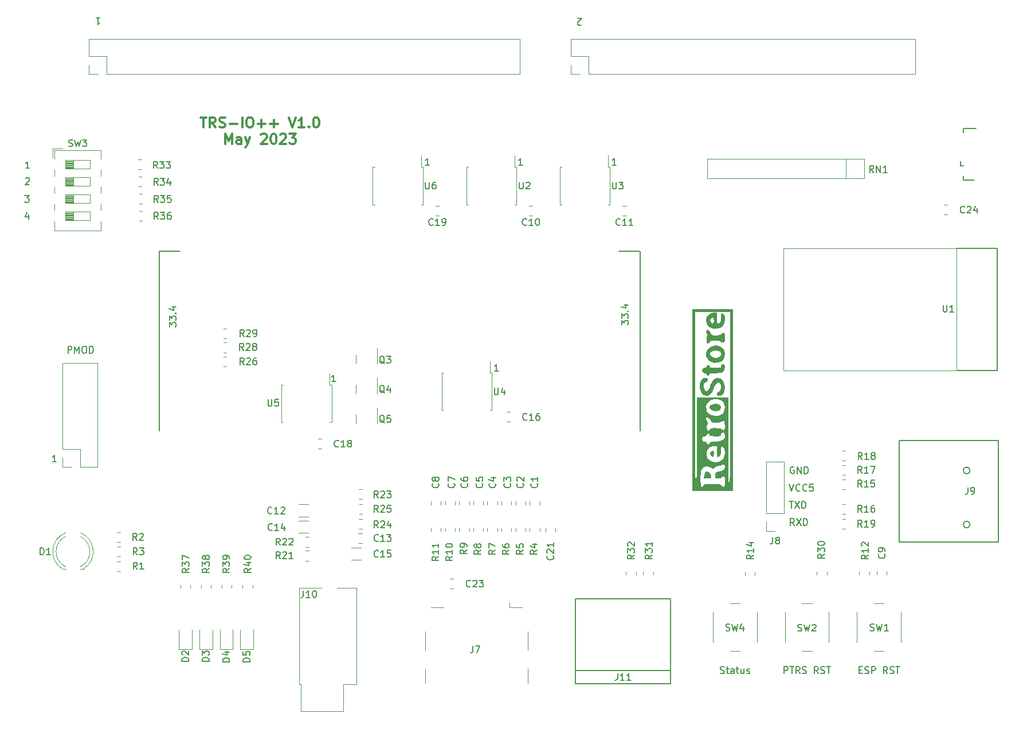
<source format=gbr>
%TF.GenerationSoftware,KiCad,Pcbnew,(6.0.11)*%
%TF.CreationDate,2023-05-25T19:22:19-07:00*%
%TF.ProjectId,TRS-IO++,5452532d-494f-42b2-9b2e-6b696361645f,rev?*%
%TF.SameCoordinates,Original*%
%TF.FileFunction,Legend,Top*%
%TF.FilePolarity,Positive*%
%FSLAX46Y46*%
G04 Gerber Fmt 4.6, Leading zero omitted, Abs format (unit mm)*
G04 Created by KiCad (PCBNEW (6.0.11)) date 2023-05-25 19:22:19*
%MOMM*%
%LPD*%
G01*
G04 APERTURE LIST*
%ADD10C,0.150000*%
%ADD11C,0.300000*%
%ADD12C,0.120000*%
%ADD13C,0.050000*%
G04 APERTURE END LIST*
D10*
X149774414Y-70200780D02*
X149202985Y-70200780D01*
X149488700Y-70200780D02*
X149488700Y-69200780D01*
X149393461Y-69343638D01*
X149298223Y-69438876D01*
X149202985Y-69486495D01*
X62538185Y-72140819D02*
X62585804Y-72093200D01*
X62681042Y-72045580D01*
X62919138Y-72045580D01*
X63014376Y-72093200D01*
X63061995Y-72140819D01*
X63109614Y-72236057D01*
X63109614Y-72331295D01*
X63061995Y-72474152D01*
X62490566Y-73045580D01*
X63109614Y-73045580D01*
X67087714Y-113990380D02*
X66516285Y-113990380D01*
X66802000Y-113990380D02*
X66802000Y-112990380D01*
X66706761Y-113133238D01*
X66611523Y-113228476D01*
X66516285Y-113276095D01*
X185676128Y-144708571D02*
X186009461Y-144708571D01*
X186152319Y-145232380D02*
X185676128Y-145232380D01*
X185676128Y-144232380D01*
X186152319Y-144232380D01*
X186533271Y-145184761D02*
X186676128Y-145232380D01*
X186914223Y-145232380D01*
X187009461Y-145184761D01*
X187057080Y-145137142D01*
X187104700Y-145041904D01*
X187104700Y-144946666D01*
X187057080Y-144851428D01*
X187009461Y-144803809D01*
X186914223Y-144756190D01*
X186723747Y-144708571D01*
X186628509Y-144660952D01*
X186580890Y-144613333D01*
X186533271Y-144518095D01*
X186533271Y-144422857D01*
X186580890Y-144327619D01*
X186628509Y-144280000D01*
X186723747Y-144232380D01*
X186961842Y-144232380D01*
X187104700Y-144280000D01*
X187533271Y-145232380D02*
X187533271Y-144232380D01*
X187914223Y-144232380D01*
X188009461Y-144280000D01*
X188057080Y-144327619D01*
X188104700Y-144422857D01*
X188104700Y-144565714D01*
X188057080Y-144660952D01*
X188009461Y-144708571D01*
X187914223Y-144756190D01*
X187533271Y-144756190D01*
X189866604Y-145232380D02*
X189533271Y-144756190D01*
X189295176Y-145232380D02*
X189295176Y-144232380D01*
X189676128Y-144232380D01*
X189771366Y-144280000D01*
X189818985Y-144327619D01*
X189866604Y-144422857D01*
X189866604Y-144565714D01*
X189818985Y-144660952D01*
X189771366Y-144708571D01*
X189676128Y-144756190D01*
X189295176Y-144756190D01*
X190247557Y-145184761D02*
X190390414Y-145232380D01*
X190628509Y-145232380D01*
X190723747Y-145184761D01*
X190771366Y-145137142D01*
X190818985Y-145041904D01*
X190818985Y-144946666D01*
X190771366Y-144851428D01*
X190723747Y-144803809D01*
X190628509Y-144756190D01*
X190438033Y-144708571D01*
X190342795Y-144660952D01*
X190295176Y-144613333D01*
X190247557Y-144518095D01*
X190247557Y-144422857D01*
X190295176Y-144327619D01*
X190342795Y-144280000D01*
X190438033Y-144232380D01*
X190676128Y-144232380D01*
X190818985Y-144280000D01*
X191104700Y-144232380D02*
X191676128Y-144232380D01*
X191390414Y-145232380D02*
X191390414Y-144232380D01*
X62963576Y-77509714D02*
X62963576Y-78176380D01*
X62725480Y-77128761D02*
X62487385Y-77843047D01*
X63106433Y-77843047D01*
D11*
X88394071Y-63147471D02*
X89251214Y-63147471D01*
X88822642Y-64647471D02*
X88822642Y-63147471D01*
X90608357Y-64647471D02*
X90108357Y-63933185D01*
X89751214Y-64647471D02*
X89751214Y-63147471D01*
X90322642Y-63147471D01*
X90465500Y-63218900D01*
X90536928Y-63290328D01*
X90608357Y-63433185D01*
X90608357Y-63647471D01*
X90536928Y-63790328D01*
X90465500Y-63861757D01*
X90322642Y-63933185D01*
X89751214Y-63933185D01*
X91179785Y-64576042D02*
X91394071Y-64647471D01*
X91751214Y-64647471D01*
X91894071Y-64576042D01*
X91965500Y-64504614D01*
X92036928Y-64361757D01*
X92036928Y-64218900D01*
X91965500Y-64076042D01*
X91894071Y-64004614D01*
X91751214Y-63933185D01*
X91465500Y-63861757D01*
X91322642Y-63790328D01*
X91251214Y-63718900D01*
X91179785Y-63576042D01*
X91179785Y-63433185D01*
X91251214Y-63290328D01*
X91322642Y-63218900D01*
X91465500Y-63147471D01*
X91822642Y-63147471D01*
X92036928Y-63218900D01*
X92679785Y-64076042D02*
X93822642Y-64076042D01*
X94536928Y-64647471D02*
X94536928Y-63147471D01*
X95536928Y-63147471D02*
X95822642Y-63147471D01*
X95965500Y-63218900D01*
X96108357Y-63361757D01*
X96179785Y-63647471D01*
X96179785Y-64147471D01*
X96108357Y-64433185D01*
X95965500Y-64576042D01*
X95822642Y-64647471D01*
X95536928Y-64647471D01*
X95394071Y-64576042D01*
X95251214Y-64433185D01*
X95179785Y-64147471D01*
X95179785Y-63647471D01*
X95251214Y-63361757D01*
X95394071Y-63218900D01*
X95536928Y-63147471D01*
X96822642Y-64076042D02*
X97965500Y-64076042D01*
X97394071Y-64647471D02*
X97394071Y-63504614D01*
X98679785Y-64076042D02*
X99822642Y-64076042D01*
X99251214Y-64647471D02*
X99251214Y-63504614D01*
X101465500Y-63147471D02*
X101965500Y-64647471D01*
X102465500Y-63147471D01*
X103751214Y-64647471D02*
X102894071Y-64647471D01*
X103322642Y-64647471D02*
X103322642Y-63147471D01*
X103179785Y-63361757D01*
X103036928Y-63504614D01*
X102894071Y-63576042D01*
X104394071Y-64504614D02*
X104465500Y-64576042D01*
X104394071Y-64647471D01*
X104322642Y-64576042D01*
X104394071Y-64504614D01*
X104394071Y-64647471D01*
X105394071Y-63147471D02*
X105536928Y-63147471D01*
X105679785Y-63218900D01*
X105751214Y-63290328D01*
X105822642Y-63433185D01*
X105894071Y-63718900D01*
X105894071Y-64076042D01*
X105822642Y-64361757D01*
X105751214Y-64504614D01*
X105679785Y-64576042D01*
X105536928Y-64647471D01*
X105394071Y-64647471D01*
X105251214Y-64576042D01*
X105179785Y-64504614D01*
X105108357Y-64361757D01*
X105036928Y-64076042D01*
X105036928Y-63718900D01*
X105108357Y-63433185D01*
X105179785Y-63290328D01*
X105251214Y-63218900D01*
X105394071Y-63147471D01*
X92036928Y-67062471D02*
X92036928Y-65562471D01*
X92536928Y-66633900D01*
X93036928Y-65562471D01*
X93036928Y-67062471D01*
X94394071Y-67062471D02*
X94394071Y-66276757D01*
X94322642Y-66133900D01*
X94179785Y-66062471D01*
X93894071Y-66062471D01*
X93751214Y-66133900D01*
X94394071Y-66991042D02*
X94251214Y-67062471D01*
X93894071Y-67062471D01*
X93751214Y-66991042D01*
X93679785Y-66848185D01*
X93679785Y-66705328D01*
X93751214Y-66562471D01*
X93894071Y-66491042D01*
X94251214Y-66491042D01*
X94394071Y-66419614D01*
X94965500Y-66062471D02*
X95322642Y-67062471D01*
X95679785Y-66062471D02*
X95322642Y-67062471D01*
X95179785Y-67419614D01*
X95108357Y-67491042D01*
X94965500Y-67562471D01*
X97322642Y-65705328D02*
X97394071Y-65633900D01*
X97536928Y-65562471D01*
X97894071Y-65562471D01*
X98036928Y-65633900D01*
X98108357Y-65705328D01*
X98179785Y-65848185D01*
X98179785Y-65991042D01*
X98108357Y-66205328D01*
X97251214Y-67062471D01*
X98179785Y-67062471D01*
X99108357Y-65562471D02*
X99251214Y-65562471D01*
X99394071Y-65633900D01*
X99465500Y-65705328D01*
X99536928Y-65848185D01*
X99608357Y-66133900D01*
X99608357Y-66491042D01*
X99536928Y-66776757D01*
X99465500Y-66919614D01*
X99394071Y-66991042D01*
X99251214Y-67062471D01*
X99108357Y-67062471D01*
X98965500Y-66991042D01*
X98894071Y-66919614D01*
X98822642Y-66776757D01*
X98751214Y-66491042D01*
X98751214Y-66133900D01*
X98822642Y-65848185D01*
X98894071Y-65705328D01*
X98965500Y-65633900D01*
X99108357Y-65562471D01*
X100179785Y-65705328D02*
X100251214Y-65633900D01*
X100394071Y-65562471D01*
X100751214Y-65562471D01*
X100894071Y-65633900D01*
X100965500Y-65705328D01*
X101036928Y-65848185D01*
X101036928Y-65991042D01*
X100965500Y-66205328D01*
X100108357Y-67062471D01*
X101036928Y-67062471D01*
X101536928Y-65562471D02*
X102465500Y-65562471D01*
X101965500Y-66133900D01*
X102179785Y-66133900D01*
X102322642Y-66205328D01*
X102394071Y-66276757D01*
X102465500Y-66419614D01*
X102465500Y-66776757D01*
X102394071Y-66919614D01*
X102322642Y-66991042D01*
X102179785Y-67062471D01*
X101751214Y-67062471D01*
X101608357Y-66991042D01*
X101536928Y-66919614D01*
D10*
X62439766Y-74687180D02*
X63058814Y-74687180D01*
X62725480Y-75068133D01*
X62868338Y-75068133D01*
X62963576Y-75115752D01*
X63011195Y-75163371D01*
X63058814Y-75258609D01*
X63058814Y-75496704D01*
X63011195Y-75591942D01*
X62963576Y-75639561D01*
X62868338Y-75687180D01*
X62582623Y-75687180D01*
X62487385Y-75639561D01*
X62439766Y-75591942D01*
X176055123Y-114765200D02*
X175959885Y-114717580D01*
X175817028Y-114717580D01*
X175674171Y-114765200D01*
X175578933Y-114860438D01*
X175531314Y-114955676D01*
X175483695Y-115146152D01*
X175483695Y-115289009D01*
X175531314Y-115479485D01*
X175578933Y-115574723D01*
X175674171Y-115669961D01*
X175817028Y-115717580D01*
X175912266Y-115717580D01*
X176055123Y-115669961D01*
X176102742Y-115622342D01*
X176102742Y-115289009D01*
X175912266Y-115289009D01*
X176531314Y-115717580D02*
X176531314Y-114717580D01*
X177102742Y-115717580D01*
X177102742Y-114717580D01*
X177578933Y-115717580D02*
X177578933Y-114717580D01*
X177817028Y-114717580D01*
X177959885Y-114765200D01*
X178055123Y-114860438D01*
X178102742Y-114955676D01*
X178150361Y-115146152D01*
X178150361Y-115289009D01*
X178102742Y-115479485D01*
X178055123Y-115574723D01*
X177959885Y-115669961D01*
X177817028Y-115717580D01*
X177578933Y-115717580D01*
X144643614Y-49423579D02*
X144595995Y-49471199D01*
X144500757Y-49518818D01*
X144262661Y-49518818D01*
X144167423Y-49471199D01*
X144119804Y-49423579D01*
X144072185Y-49328341D01*
X144072185Y-49233103D01*
X144119804Y-49090246D01*
X144691233Y-48518818D01*
X144072185Y-48518818D01*
X165183333Y-145184761D02*
X165326190Y-145232380D01*
X165564285Y-145232380D01*
X165659523Y-145184761D01*
X165707142Y-145137142D01*
X165754761Y-145041904D01*
X165754761Y-144946666D01*
X165707142Y-144851428D01*
X165659523Y-144803809D01*
X165564285Y-144756190D01*
X165373809Y-144708571D01*
X165278571Y-144660952D01*
X165230952Y-144613333D01*
X165183333Y-144518095D01*
X165183333Y-144422857D01*
X165230952Y-144327619D01*
X165278571Y-144280000D01*
X165373809Y-144232380D01*
X165611904Y-144232380D01*
X165754761Y-144280000D01*
X166040476Y-144565714D02*
X166421428Y-144565714D01*
X166183333Y-144232380D02*
X166183333Y-145089523D01*
X166230952Y-145184761D01*
X166326190Y-145232380D01*
X166421428Y-145232380D01*
X167183333Y-145232380D02*
X167183333Y-144708571D01*
X167135714Y-144613333D01*
X167040476Y-144565714D01*
X166850000Y-144565714D01*
X166754761Y-144613333D01*
X167183333Y-145184761D02*
X167088095Y-145232380D01*
X166850000Y-145232380D01*
X166754761Y-145184761D01*
X166707142Y-145089523D01*
X166707142Y-144994285D01*
X166754761Y-144899047D01*
X166850000Y-144851428D01*
X167088095Y-144851428D01*
X167183333Y-144803809D01*
X167516666Y-144565714D02*
X167897619Y-144565714D01*
X167659523Y-144232380D02*
X167659523Y-145089523D01*
X167707142Y-145184761D01*
X167802380Y-145232380D01*
X167897619Y-145232380D01*
X168659523Y-144565714D02*
X168659523Y-145232380D01*
X168230952Y-144565714D02*
X168230952Y-145089523D01*
X168278571Y-145184761D01*
X168373809Y-145232380D01*
X168516666Y-145232380D01*
X168611904Y-145184761D01*
X168659523Y-145137142D01*
X169088095Y-145184761D02*
X169183333Y-145232380D01*
X169373809Y-145232380D01*
X169469047Y-145184761D01*
X169516666Y-145089523D01*
X169516666Y-145041904D01*
X169469047Y-144946666D01*
X169373809Y-144899047D01*
X169230952Y-144899047D01*
X169135714Y-144851428D01*
X169088095Y-144756190D01*
X169088095Y-144708571D01*
X169135714Y-144613333D01*
X169230952Y-144565714D01*
X169373809Y-144565714D01*
X169469047Y-144613333D01*
X122190014Y-70200780D02*
X121618585Y-70200780D01*
X121904300Y-70200780D02*
X121904300Y-69200780D01*
X121809061Y-69343638D01*
X121713823Y-69438876D01*
X121618585Y-69486495D01*
X175388457Y-117308380D02*
X175721790Y-118308380D01*
X176055123Y-117308380D01*
X176959885Y-118213142D02*
X176912266Y-118260761D01*
X176769409Y-118308380D01*
X176674171Y-118308380D01*
X176531314Y-118260761D01*
X176436076Y-118165523D01*
X176388457Y-118070285D01*
X176340838Y-117879809D01*
X176340838Y-117736952D01*
X176388457Y-117546476D01*
X176436076Y-117451238D01*
X176531314Y-117356000D01*
X176674171Y-117308380D01*
X176769409Y-117308380D01*
X176912266Y-117356000D01*
X176959885Y-117403619D01*
X177959885Y-118213142D02*
X177912266Y-118260761D01*
X177769409Y-118308380D01*
X177674171Y-118308380D01*
X177531314Y-118260761D01*
X177436076Y-118165523D01*
X177388457Y-118070285D01*
X177340838Y-117879809D01*
X177340838Y-117736952D01*
X177388457Y-117546476D01*
X177436076Y-117451238D01*
X177531314Y-117356000D01*
X177674171Y-117308380D01*
X177769409Y-117308380D01*
X177912266Y-117356000D01*
X177959885Y-117403619D01*
X178864647Y-117308380D02*
X178388457Y-117308380D01*
X178340838Y-117784571D01*
X178388457Y-117736952D01*
X178483695Y-117689333D01*
X178721790Y-117689333D01*
X178817028Y-117736952D01*
X178864647Y-117784571D01*
X178912266Y-117879809D01*
X178912266Y-118117904D01*
X178864647Y-118213142D01*
X178817028Y-118260761D01*
X178721790Y-118308380D01*
X178483695Y-118308380D01*
X178388457Y-118260761D01*
X178340838Y-118213142D01*
X176102742Y-123388380D02*
X175769409Y-122912190D01*
X175531314Y-123388380D02*
X175531314Y-122388380D01*
X175912266Y-122388380D01*
X176007504Y-122436000D01*
X176055123Y-122483619D01*
X176102742Y-122578857D01*
X176102742Y-122721714D01*
X176055123Y-122816952D01*
X176007504Y-122864571D01*
X175912266Y-122912190D01*
X175531314Y-122912190D01*
X176436076Y-122388380D02*
X177102742Y-123388380D01*
X177102742Y-122388380D02*
X176436076Y-123388380D01*
X177483695Y-123388380D02*
X177483695Y-122388380D01*
X177721790Y-122388380D01*
X177864647Y-122436000D01*
X177959885Y-122531238D01*
X178007504Y-122626476D01*
X178055123Y-122816952D01*
X178055123Y-122959809D01*
X178007504Y-123150285D01*
X177959885Y-123245523D01*
X177864647Y-123340761D01*
X177721790Y-123388380D01*
X177483695Y-123388380D01*
X135956814Y-70200780D02*
X135385385Y-70200780D01*
X135671100Y-70200780D02*
X135671100Y-69200780D01*
X135575861Y-69343638D01*
X135480623Y-69438876D01*
X135385385Y-69486495D01*
X132390064Y-100579180D02*
X131818635Y-100579180D01*
X132104350Y-100579180D02*
X132104350Y-99579180D01*
X132009111Y-99722038D01*
X131913873Y-99817276D01*
X131818635Y-99864895D01*
X68805657Y-97937580D02*
X68805657Y-96937580D01*
X69186609Y-96937580D01*
X69281847Y-96985200D01*
X69329466Y-97032819D01*
X69377085Y-97128057D01*
X69377085Y-97270914D01*
X69329466Y-97366152D01*
X69281847Y-97413771D01*
X69186609Y-97461390D01*
X68805657Y-97461390D01*
X69805657Y-97937580D02*
X69805657Y-96937580D01*
X70138990Y-97651866D01*
X70472323Y-96937580D01*
X70472323Y-97937580D01*
X71138990Y-96937580D02*
X71329466Y-96937580D01*
X71424704Y-96985200D01*
X71519942Y-97080438D01*
X71567561Y-97270914D01*
X71567561Y-97604247D01*
X71519942Y-97794723D01*
X71424704Y-97889961D01*
X71329466Y-97937580D01*
X71138990Y-97937580D01*
X71043752Y-97889961D01*
X70948514Y-97794723D01*
X70900895Y-97604247D01*
X70900895Y-97270914D01*
X70948514Y-97080438D01*
X71043752Y-96985200D01*
X71138990Y-96937580D01*
X71996133Y-97937580D02*
X71996133Y-96937580D01*
X72234228Y-96937580D01*
X72377085Y-96985200D01*
X72472323Y-97080438D01*
X72519942Y-97175676D01*
X72567561Y-97366152D01*
X72567561Y-97509009D01*
X72519942Y-97699485D01*
X72472323Y-97794723D01*
X72377085Y-97889961D01*
X72234228Y-97937580D01*
X71996133Y-97937580D01*
X174595257Y-145232380D02*
X174595257Y-144232380D01*
X174976209Y-144232380D01*
X175071447Y-144280000D01*
X175119066Y-144327619D01*
X175166685Y-144422857D01*
X175166685Y-144565714D01*
X175119066Y-144660952D01*
X175071447Y-144708571D01*
X174976209Y-144756190D01*
X174595257Y-144756190D01*
X175452400Y-144232380D02*
X176023828Y-144232380D01*
X175738114Y-145232380D02*
X175738114Y-144232380D01*
X176928590Y-145232380D02*
X176595257Y-144756190D01*
X176357161Y-145232380D02*
X176357161Y-144232380D01*
X176738114Y-144232380D01*
X176833352Y-144280000D01*
X176880971Y-144327619D01*
X176928590Y-144422857D01*
X176928590Y-144565714D01*
X176880971Y-144660952D01*
X176833352Y-144708571D01*
X176738114Y-144756190D01*
X176357161Y-144756190D01*
X177309542Y-145184761D02*
X177452400Y-145232380D01*
X177690495Y-145232380D01*
X177785733Y-145184761D01*
X177833352Y-145137142D01*
X177880971Y-145041904D01*
X177880971Y-144946666D01*
X177833352Y-144851428D01*
X177785733Y-144803809D01*
X177690495Y-144756190D01*
X177500019Y-144708571D01*
X177404780Y-144660952D01*
X177357161Y-144613333D01*
X177309542Y-144518095D01*
X177309542Y-144422857D01*
X177357161Y-144327619D01*
X177404780Y-144280000D01*
X177500019Y-144232380D01*
X177738114Y-144232380D01*
X177880971Y-144280000D01*
X179642876Y-145232380D02*
X179309542Y-144756190D01*
X179071447Y-145232380D02*
X179071447Y-144232380D01*
X179452400Y-144232380D01*
X179547638Y-144280000D01*
X179595257Y-144327619D01*
X179642876Y-144422857D01*
X179642876Y-144565714D01*
X179595257Y-144660952D01*
X179547638Y-144708571D01*
X179452400Y-144756190D01*
X179071447Y-144756190D01*
X180023828Y-145184761D02*
X180166685Y-145232380D01*
X180404780Y-145232380D01*
X180500019Y-145184761D01*
X180547638Y-145137142D01*
X180595257Y-145041904D01*
X180595257Y-144946666D01*
X180547638Y-144851428D01*
X180500019Y-144803809D01*
X180404780Y-144756190D01*
X180214304Y-144708571D01*
X180119066Y-144660952D01*
X180071447Y-144613333D01*
X180023828Y-144518095D01*
X180023828Y-144422857D01*
X180071447Y-144327619D01*
X180119066Y-144280000D01*
X180214304Y-144232380D01*
X180452400Y-144232380D01*
X180595257Y-144280000D01*
X180880971Y-144232380D02*
X181452400Y-144232380D01*
X181166685Y-145232380D02*
X181166685Y-144232380D01*
X175388457Y-119848380D02*
X175959885Y-119848380D01*
X175674171Y-120848380D02*
X175674171Y-119848380D01*
X176197981Y-119848380D02*
X176864647Y-120848380D01*
X176864647Y-119848380D02*
X176197981Y-120848380D01*
X177245600Y-120848380D02*
X177245600Y-119848380D01*
X177483695Y-119848380D01*
X177626552Y-119896000D01*
X177721790Y-119991238D01*
X177769409Y-120086476D01*
X177817028Y-120276952D01*
X177817028Y-120419809D01*
X177769409Y-120610285D01*
X177721790Y-120705523D01*
X177626552Y-120800761D01*
X177483695Y-120848380D01*
X177245600Y-120848380D01*
X63109614Y-70657980D02*
X62538185Y-70657980D01*
X62823900Y-70657980D02*
X62823900Y-69657980D01*
X62728661Y-69800838D01*
X62633423Y-69896076D01*
X62538185Y-69943695D01*
X72952185Y-48468019D02*
X73523614Y-48468019D01*
X73237900Y-48468019D02*
X73237900Y-49468019D01*
X73333138Y-49325161D01*
X73428376Y-49229923D01*
X73523614Y-49182304D01*
X108337314Y-102153980D02*
X107765885Y-102153980D01*
X108051600Y-102153980D02*
X108051600Y-101153980D01*
X107956361Y-101296838D01*
X107861123Y-101392076D01*
X107765885Y-101439695D01*
%TO.C,RN1*%
X187828323Y-71267580D02*
X187494990Y-70791390D01*
X187256895Y-71267580D02*
X187256895Y-70267580D01*
X187637847Y-70267580D01*
X187733085Y-70315200D01*
X187780704Y-70362819D01*
X187828323Y-70458057D01*
X187828323Y-70600914D01*
X187780704Y-70696152D01*
X187733085Y-70743771D01*
X187637847Y-70791390D01*
X187256895Y-70791390D01*
X188256895Y-71267580D02*
X188256895Y-70267580D01*
X188828323Y-71267580D01*
X188828323Y-70267580D01*
X189828323Y-71267580D02*
X189256895Y-71267580D01*
X189542609Y-71267580D02*
X189542609Y-70267580D01*
X189447371Y-70410438D01*
X189352133Y-70505676D01*
X189256895Y-70553295D01*
%TO.C,SW4*%
X166001866Y-138884361D02*
X166144723Y-138931980D01*
X166382819Y-138931980D01*
X166478057Y-138884361D01*
X166525676Y-138836742D01*
X166573295Y-138741504D01*
X166573295Y-138646266D01*
X166525676Y-138551028D01*
X166478057Y-138503409D01*
X166382819Y-138455790D01*
X166192342Y-138408171D01*
X166097104Y-138360552D01*
X166049485Y-138312933D01*
X166001866Y-138217695D01*
X166001866Y-138122457D01*
X166049485Y-138027219D01*
X166097104Y-137979600D01*
X166192342Y-137931980D01*
X166430438Y-137931980D01*
X166573295Y-137979600D01*
X166906628Y-137931980D02*
X167144723Y-138931980D01*
X167335200Y-138217695D01*
X167525676Y-138931980D01*
X167763771Y-137931980D01*
X168573295Y-138265314D02*
X168573295Y-138931980D01*
X168335200Y-137884361D02*
X168097104Y-138598647D01*
X168716152Y-138598647D01*
%TO.C,R33*%
X82043842Y-70657980D02*
X81710509Y-70181790D01*
X81472414Y-70657980D02*
X81472414Y-69657980D01*
X81853366Y-69657980D01*
X81948604Y-69705600D01*
X81996223Y-69753219D01*
X82043842Y-69848457D01*
X82043842Y-69991314D01*
X81996223Y-70086552D01*
X81948604Y-70134171D01*
X81853366Y-70181790D01*
X81472414Y-70181790D01*
X82377176Y-69657980D02*
X82996223Y-69657980D01*
X82662890Y-70038933D01*
X82805747Y-70038933D01*
X82900985Y-70086552D01*
X82948604Y-70134171D01*
X82996223Y-70229409D01*
X82996223Y-70467504D01*
X82948604Y-70562742D01*
X82900985Y-70610361D01*
X82805747Y-70657980D01*
X82520033Y-70657980D01*
X82424795Y-70610361D01*
X82377176Y-70562742D01*
X83329557Y-69657980D02*
X83948604Y-69657980D01*
X83615271Y-70038933D01*
X83758128Y-70038933D01*
X83853366Y-70086552D01*
X83900985Y-70134171D01*
X83948604Y-70229409D01*
X83948604Y-70467504D01*
X83900985Y-70562742D01*
X83853366Y-70610361D01*
X83758128Y-70657980D01*
X83472414Y-70657980D01*
X83377176Y-70610361D01*
X83329557Y-70562742D01*
%TO.C,R39*%
X92670612Y-129725657D02*
X92194422Y-130058990D01*
X92670612Y-130297085D02*
X91670612Y-130297085D01*
X91670612Y-129916133D01*
X91718232Y-129820895D01*
X91765851Y-129773276D01*
X91861089Y-129725657D01*
X92003946Y-129725657D01*
X92099184Y-129773276D01*
X92146803Y-129820895D01*
X92194422Y-129916133D01*
X92194422Y-130297085D01*
X91670612Y-129392323D02*
X91670612Y-128773276D01*
X92051565Y-129106609D01*
X92051565Y-128963752D01*
X92099184Y-128868514D01*
X92146803Y-128820895D01*
X92242041Y-128773276D01*
X92480136Y-128773276D01*
X92575374Y-128820895D01*
X92622993Y-128868514D01*
X92670612Y-128963752D01*
X92670612Y-129249466D01*
X92622993Y-129344704D01*
X92575374Y-129392323D01*
X92670612Y-128297085D02*
X92670612Y-128106609D01*
X92622993Y-128011371D01*
X92575374Y-127963752D01*
X92432517Y-127868514D01*
X92242041Y-127820895D01*
X91861089Y-127820895D01*
X91765851Y-127868514D01*
X91718232Y-127916133D01*
X91670612Y-128011371D01*
X91670612Y-128201847D01*
X91718232Y-128297085D01*
X91765851Y-128344704D01*
X91861089Y-128392323D01*
X92099184Y-128392323D01*
X92194422Y-128344704D01*
X92242041Y-128297085D01*
X92289660Y-128201847D01*
X92289660Y-128011371D01*
X92242041Y-127916133D01*
X92194422Y-127868514D01*
X92099184Y-127820895D01*
%TO.C,C15*%
X114637541Y-127959741D02*
X114589922Y-128007360D01*
X114447065Y-128054979D01*
X114351827Y-128054979D01*
X114208970Y-128007360D01*
X114113732Y-127912122D01*
X114066113Y-127816884D01*
X114018494Y-127626408D01*
X114018494Y-127483551D01*
X114066113Y-127293075D01*
X114113732Y-127197837D01*
X114208970Y-127102599D01*
X114351827Y-127054979D01*
X114447065Y-127054979D01*
X114589922Y-127102599D01*
X114637541Y-127150218D01*
X115589922Y-128054979D02*
X115018494Y-128054979D01*
X115304208Y-128054979D02*
X115304208Y-127054979D01*
X115208970Y-127197837D01*
X115113732Y-127293075D01*
X115018494Y-127340694D01*
X116494684Y-127054979D02*
X116018494Y-127054979D01*
X115970875Y-127531170D01*
X116018494Y-127483551D01*
X116113732Y-127435932D01*
X116351827Y-127435932D01*
X116447065Y-127483551D01*
X116494684Y-127531170D01*
X116542303Y-127626408D01*
X116542303Y-127864503D01*
X116494684Y-127959741D01*
X116447065Y-128007360D01*
X116351827Y-128054979D01*
X116113732Y-128054979D01*
X116018494Y-128007360D01*
X115970875Y-127959741D01*
%TO.C,R8*%
X129814580Y-127035266D02*
X129338390Y-127368600D01*
X129814580Y-127606695D02*
X128814580Y-127606695D01*
X128814580Y-127225742D01*
X128862200Y-127130504D01*
X128909819Y-127082885D01*
X129005057Y-127035266D01*
X129147914Y-127035266D01*
X129243152Y-127082885D01*
X129290771Y-127130504D01*
X129338390Y-127225742D01*
X129338390Y-127606695D01*
X129243152Y-126463838D02*
X129195533Y-126559076D01*
X129147914Y-126606695D01*
X129052676Y-126654314D01*
X129005057Y-126654314D01*
X128909819Y-126606695D01*
X128862200Y-126559076D01*
X128814580Y-126463838D01*
X128814580Y-126273361D01*
X128862200Y-126178123D01*
X128909819Y-126130504D01*
X129005057Y-126082885D01*
X129052676Y-126082885D01*
X129147914Y-126130504D01*
X129195533Y-126178123D01*
X129243152Y-126273361D01*
X129243152Y-126463838D01*
X129290771Y-126559076D01*
X129338390Y-126606695D01*
X129433628Y-126654314D01*
X129624104Y-126654314D01*
X129719342Y-126606695D01*
X129766961Y-126559076D01*
X129814580Y-126463838D01*
X129814580Y-126273361D01*
X129766961Y-126178123D01*
X129719342Y-126130504D01*
X129624104Y-126082885D01*
X129433628Y-126082885D01*
X129338390Y-126130504D01*
X129290771Y-126178123D01*
X129243152Y-126273361D01*
%TO.C,R40*%
X95822480Y-129725657D02*
X95346290Y-130058990D01*
X95822480Y-130297085D02*
X94822480Y-130297085D01*
X94822480Y-129916133D01*
X94870100Y-129820895D01*
X94917719Y-129773276D01*
X95012957Y-129725657D01*
X95155814Y-129725657D01*
X95251052Y-129773276D01*
X95298671Y-129820895D01*
X95346290Y-129916133D01*
X95346290Y-130297085D01*
X95155814Y-128868514D02*
X95822480Y-128868514D01*
X94774861Y-129106609D02*
X95489147Y-129344704D01*
X95489147Y-128725657D01*
X94822480Y-128154228D02*
X94822480Y-128058990D01*
X94870100Y-127963752D01*
X94917719Y-127916133D01*
X95012957Y-127868514D01*
X95203433Y-127820895D01*
X95441528Y-127820895D01*
X95632004Y-127868514D01*
X95727242Y-127916133D01*
X95774861Y-127963752D01*
X95822480Y-128058990D01*
X95822480Y-128154228D01*
X95774861Y-128249466D01*
X95727242Y-128297085D01*
X95632004Y-128344704D01*
X95441528Y-128392323D01*
X95203433Y-128392323D01*
X95012957Y-128344704D01*
X94917719Y-128297085D01*
X94870100Y-128249466D01*
X94822480Y-128154228D01*
%TO.C,SW3*%
X68907366Y-67398761D02*
X69050223Y-67446380D01*
X69288319Y-67446380D01*
X69383557Y-67398761D01*
X69431176Y-67351142D01*
X69478795Y-67255904D01*
X69478795Y-67160666D01*
X69431176Y-67065428D01*
X69383557Y-67017809D01*
X69288319Y-66970190D01*
X69097842Y-66922571D01*
X69002604Y-66874952D01*
X68954985Y-66827333D01*
X68907366Y-66732095D01*
X68907366Y-66636857D01*
X68954985Y-66541619D01*
X69002604Y-66494000D01*
X69097842Y-66446380D01*
X69335938Y-66446380D01*
X69478795Y-66494000D01*
X69812128Y-66446380D02*
X70050223Y-67446380D01*
X70240700Y-66732095D01*
X70431176Y-67446380D01*
X70669271Y-66446380D01*
X70954985Y-66446380D02*
X71574033Y-66446380D01*
X71240700Y-66827333D01*
X71383557Y-66827333D01*
X71478795Y-66874952D01*
X71526414Y-66922571D01*
X71574033Y-67017809D01*
X71574033Y-67255904D01*
X71526414Y-67351142D01*
X71478795Y-67398761D01*
X71383557Y-67446380D01*
X71097842Y-67446380D01*
X71002604Y-67398761D01*
X70954985Y-67351142D01*
%TO.C,R29*%
X94810342Y-95499180D02*
X94477009Y-95022990D01*
X94238914Y-95499180D02*
X94238914Y-94499180D01*
X94619866Y-94499180D01*
X94715104Y-94546800D01*
X94762723Y-94594419D01*
X94810342Y-94689657D01*
X94810342Y-94832514D01*
X94762723Y-94927752D01*
X94715104Y-94975371D01*
X94619866Y-95022990D01*
X94238914Y-95022990D01*
X95191295Y-94594419D02*
X95238914Y-94546800D01*
X95334152Y-94499180D01*
X95572247Y-94499180D01*
X95667485Y-94546800D01*
X95715104Y-94594419D01*
X95762723Y-94689657D01*
X95762723Y-94784895D01*
X95715104Y-94927752D01*
X95143676Y-95499180D01*
X95762723Y-95499180D01*
X96238914Y-95499180D02*
X96429390Y-95499180D01*
X96524628Y-95451561D01*
X96572247Y-95403942D01*
X96667485Y-95261085D01*
X96715104Y-95070609D01*
X96715104Y-94689657D01*
X96667485Y-94594419D01*
X96619866Y-94546800D01*
X96524628Y-94499180D01*
X96334152Y-94499180D01*
X96238914Y-94546800D01*
X96191295Y-94594419D01*
X96143676Y-94689657D01*
X96143676Y-94927752D01*
X96191295Y-95022990D01*
X96238914Y-95070609D01*
X96334152Y-95118228D01*
X96524628Y-95118228D01*
X96619866Y-95070609D01*
X96667485Y-95022990D01*
X96715104Y-94927752D01*
%TO.C,D3*%
X89630046Y-143451295D02*
X88630046Y-143451295D01*
X88630046Y-143213200D01*
X88677666Y-143070342D01*
X88772904Y-142975104D01*
X88868142Y-142927485D01*
X89058618Y-142879866D01*
X89201475Y-142879866D01*
X89391951Y-142927485D01*
X89487189Y-142975104D01*
X89582427Y-143070342D01*
X89630046Y-143213200D01*
X89630046Y-143451295D01*
X88630046Y-142546533D02*
X88630046Y-141927485D01*
X89010999Y-142260819D01*
X89010999Y-142117961D01*
X89058618Y-142022723D01*
X89106237Y-141975104D01*
X89201475Y-141927485D01*
X89439570Y-141927485D01*
X89534808Y-141975104D01*
X89582427Y-142022723D01*
X89630046Y-142117961D01*
X89630046Y-142403676D01*
X89582427Y-142498914D01*
X89534808Y-142546533D01*
%TO.C,C16*%
X136603042Y-107748342D02*
X136555423Y-107795961D01*
X136412566Y-107843580D01*
X136317328Y-107843580D01*
X136174471Y-107795961D01*
X136079233Y-107700723D01*
X136031614Y-107605485D01*
X135983995Y-107415009D01*
X135983995Y-107272152D01*
X136031614Y-107081676D01*
X136079233Y-106986438D01*
X136174471Y-106891200D01*
X136317328Y-106843580D01*
X136412566Y-106843580D01*
X136555423Y-106891200D01*
X136603042Y-106938819D01*
X137555423Y-107843580D02*
X136983995Y-107843580D01*
X137269709Y-107843580D02*
X137269709Y-106843580D01*
X137174471Y-106986438D01*
X137079233Y-107081676D01*
X136983995Y-107129295D01*
X138412566Y-106843580D02*
X138222090Y-106843580D01*
X138126852Y-106891200D01*
X138079233Y-106938819D01*
X137983995Y-107081676D01*
X137936376Y-107272152D01*
X137936376Y-107653104D01*
X137983995Y-107748342D01*
X138031614Y-107795961D01*
X138126852Y-107843580D01*
X138317328Y-107843580D01*
X138412566Y-107795961D01*
X138460185Y-107748342D01*
X138507804Y-107653104D01*
X138507804Y-107415009D01*
X138460185Y-107319771D01*
X138412566Y-107272152D01*
X138317328Y-107224533D01*
X138126852Y-107224533D01*
X138031614Y-107272152D01*
X137983995Y-107319771D01*
X137936376Y-107415009D01*
%TO.C,R10*%
X125598180Y-127968657D02*
X125121990Y-128301990D01*
X125598180Y-128540085D02*
X124598180Y-128540085D01*
X124598180Y-128159133D01*
X124645800Y-128063895D01*
X124693419Y-128016276D01*
X124788657Y-127968657D01*
X124931514Y-127968657D01*
X125026752Y-128016276D01*
X125074371Y-128063895D01*
X125121990Y-128159133D01*
X125121990Y-128540085D01*
X125598180Y-127016276D02*
X125598180Y-127587704D01*
X125598180Y-127301990D02*
X124598180Y-127301990D01*
X124741038Y-127397228D01*
X124836276Y-127492466D01*
X124883895Y-127587704D01*
X124598180Y-126397228D02*
X124598180Y-126301990D01*
X124645800Y-126206752D01*
X124693419Y-126159133D01*
X124788657Y-126111514D01*
X124979133Y-126063895D01*
X125217228Y-126063895D01*
X125407704Y-126111514D01*
X125502942Y-126159133D01*
X125550561Y-126206752D01*
X125598180Y-126301990D01*
X125598180Y-126397228D01*
X125550561Y-126492466D01*
X125502942Y-126540085D01*
X125407704Y-126587704D01*
X125217228Y-126635323D01*
X124979133Y-126635323D01*
X124788657Y-126587704D01*
X124693419Y-126540085D01*
X124645800Y-126492466D01*
X124598180Y-126397228D01*
%TO.C,R35*%
X82145442Y-75687180D02*
X81812109Y-75210990D01*
X81574014Y-75687180D02*
X81574014Y-74687180D01*
X81954966Y-74687180D01*
X82050204Y-74734800D01*
X82097823Y-74782419D01*
X82145442Y-74877657D01*
X82145442Y-75020514D01*
X82097823Y-75115752D01*
X82050204Y-75163371D01*
X81954966Y-75210990D01*
X81574014Y-75210990D01*
X82478776Y-74687180D02*
X83097823Y-74687180D01*
X82764490Y-75068133D01*
X82907347Y-75068133D01*
X83002585Y-75115752D01*
X83050204Y-75163371D01*
X83097823Y-75258609D01*
X83097823Y-75496704D01*
X83050204Y-75591942D01*
X83002585Y-75639561D01*
X82907347Y-75687180D01*
X82621633Y-75687180D01*
X82526395Y-75639561D01*
X82478776Y-75591942D01*
X84002585Y-74687180D02*
X83526395Y-74687180D01*
X83478776Y-75163371D01*
X83526395Y-75115752D01*
X83621633Y-75068133D01*
X83859728Y-75068133D01*
X83954966Y-75115752D01*
X84002585Y-75163371D01*
X84050204Y-75258609D01*
X84050204Y-75496704D01*
X84002585Y-75591942D01*
X83954966Y-75639561D01*
X83859728Y-75687180D01*
X83621633Y-75687180D01*
X83526395Y-75639561D01*
X83478776Y-75591942D01*
%TO.C,D2*%
X86643980Y-143451295D02*
X85643980Y-143451295D01*
X85643980Y-143213200D01*
X85691600Y-143070342D01*
X85786838Y-142975104D01*
X85882076Y-142927485D01*
X86072552Y-142879866D01*
X86215409Y-142879866D01*
X86405885Y-142927485D01*
X86501123Y-142975104D01*
X86596361Y-143070342D01*
X86643980Y-143213200D01*
X86643980Y-143451295D01*
X85739219Y-142498914D02*
X85691600Y-142451295D01*
X85643980Y-142356057D01*
X85643980Y-142117961D01*
X85691600Y-142022723D01*
X85739219Y-141975104D01*
X85834457Y-141927485D01*
X85929695Y-141927485D01*
X86072552Y-141975104D01*
X86643980Y-142546533D01*
X86643980Y-141927485D01*
%TO.C,R7*%
X131948180Y-127035266D02*
X131471990Y-127368600D01*
X131948180Y-127606695D02*
X130948180Y-127606695D01*
X130948180Y-127225742D01*
X130995800Y-127130504D01*
X131043419Y-127082885D01*
X131138657Y-127035266D01*
X131281514Y-127035266D01*
X131376752Y-127082885D01*
X131424371Y-127130504D01*
X131471990Y-127225742D01*
X131471990Y-127606695D01*
X130948180Y-126701933D02*
X130948180Y-126035266D01*
X131948180Y-126463838D01*
%TO.C,R14*%
X170073580Y-127744457D02*
X169597390Y-128077790D01*
X170073580Y-128315885D02*
X169073580Y-128315885D01*
X169073580Y-127934933D01*
X169121200Y-127839695D01*
X169168819Y-127792076D01*
X169264057Y-127744457D01*
X169406914Y-127744457D01*
X169502152Y-127792076D01*
X169549771Y-127839695D01*
X169597390Y-127934933D01*
X169597390Y-128315885D01*
X170073580Y-126792076D02*
X170073580Y-127363504D01*
X170073580Y-127077790D02*
X169073580Y-127077790D01*
X169216438Y-127173028D01*
X169311676Y-127268266D01*
X169359295Y-127363504D01*
X169406914Y-125934933D02*
X170073580Y-125934933D01*
X169025961Y-126173028D02*
X169740247Y-126411123D01*
X169740247Y-125792076D01*
%TO.C,R16*%
X186097942Y-121419880D02*
X185764609Y-120943690D01*
X185526514Y-121419880D02*
X185526514Y-120419880D01*
X185907466Y-120419880D01*
X186002704Y-120467500D01*
X186050323Y-120515119D01*
X186097942Y-120610357D01*
X186097942Y-120753214D01*
X186050323Y-120848452D01*
X186002704Y-120896071D01*
X185907466Y-120943690D01*
X185526514Y-120943690D01*
X187050323Y-121419880D02*
X186478895Y-121419880D01*
X186764609Y-121419880D02*
X186764609Y-120419880D01*
X186669371Y-120562738D01*
X186574133Y-120657976D01*
X186478895Y-120705595D01*
X187907466Y-120419880D02*
X187716990Y-120419880D01*
X187621752Y-120467500D01*
X187574133Y-120515119D01*
X187478895Y-120657976D01*
X187431276Y-120848452D01*
X187431276Y-121229404D01*
X187478895Y-121324642D01*
X187526514Y-121372261D01*
X187621752Y-121419880D01*
X187812228Y-121419880D01*
X187907466Y-121372261D01*
X187955085Y-121324642D01*
X188002704Y-121229404D01*
X188002704Y-120991309D01*
X187955085Y-120896071D01*
X187907466Y-120848452D01*
X187812228Y-120800833D01*
X187621752Y-120800833D01*
X187526514Y-120848452D01*
X187478895Y-120896071D01*
X187431276Y-120991309D01*
%TO.C,C12*%
X98923341Y-121575941D02*
X98875722Y-121623560D01*
X98732865Y-121671179D01*
X98637627Y-121671179D01*
X98494770Y-121623560D01*
X98399532Y-121528322D01*
X98351913Y-121433084D01*
X98304294Y-121242608D01*
X98304294Y-121099751D01*
X98351913Y-120909275D01*
X98399532Y-120814037D01*
X98494770Y-120718799D01*
X98637627Y-120671179D01*
X98732865Y-120671179D01*
X98875722Y-120718799D01*
X98923341Y-120766418D01*
X99875722Y-121671179D02*
X99304294Y-121671179D01*
X99590008Y-121671179D02*
X99590008Y-120671179D01*
X99494770Y-120814037D01*
X99399532Y-120909275D01*
X99304294Y-120956894D01*
X100256675Y-120766418D02*
X100304294Y-120718799D01*
X100399532Y-120671179D01*
X100637627Y-120671179D01*
X100732865Y-120718799D01*
X100780484Y-120766418D01*
X100828103Y-120861656D01*
X100828103Y-120956894D01*
X100780484Y-121099751D01*
X100209056Y-121671179D01*
X100828103Y-121671179D01*
%TO.C,C6*%
X127763542Y-117205466D02*
X127811161Y-117253085D01*
X127858780Y-117395942D01*
X127858780Y-117491180D01*
X127811161Y-117634038D01*
X127715923Y-117729276D01*
X127620685Y-117776895D01*
X127430209Y-117824514D01*
X127287352Y-117824514D01*
X127096876Y-117776895D01*
X127001638Y-117729276D01*
X126906400Y-117634038D01*
X126858780Y-117491180D01*
X126858780Y-117395942D01*
X126906400Y-117253085D01*
X126954019Y-117205466D01*
X126858780Y-116348323D02*
X126858780Y-116538800D01*
X126906400Y-116634038D01*
X126954019Y-116681657D01*
X127096876Y-116776895D01*
X127287352Y-116824514D01*
X127668304Y-116824514D01*
X127763542Y-116776895D01*
X127811161Y-116729276D01*
X127858780Y-116634038D01*
X127858780Y-116443561D01*
X127811161Y-116348323D01*
X127763542Y-116300704D01*
X127668304Y-116253085D01*
X127430209Y-116253085D01*
X127334971Y-116300704D01*
X127287352Y-116348323D01*
X127239733Y-116443561D01*
X127239733Y-116634038D01*
X127287352Y-116729276D01*
X127334971Y-116776895D01*
X127430209Y-116824514D01*
%TO.C,R34*%
X82094642Y-73147180D02*
X81761309Y-72670990D01*
X81523214Y-73147180D02*
X81523214Y-72147180D01*
X81904166Y-72147180D01*
X81999404Y-72194800D01*
X82047023Y-72242419D01*
X82094642Y-72337657D01*
X82094642Y-72480514D01*
X82047023Y-72575752D01*
X81999404Y-72623371D01*
X81904166Y-72670990D01*
X81523214Y-72670990D01*
X82427976Y-72147180D02*
X83047023Y-72147180D01*
X82713690Y-72528133D01*
X82856547Y-72528133D01*
X82951785Y-72575752D01*
X82999404Y-72623371D01*
X83047023Y-72718609D01*
X83047023Y-72956704D01*
X82999404Y-73051942D01*
X82951785Y-73099561D01*
X82856547Y-73147180D01*
X82570833Y-73147180D01*
X82475595Y-73099561D01*
X82427976Y-73051942D01*
X83904166Y-72480514D02*
X83904166Y-73147180D01*
X83666071Y-72099561D02*
X83427976Y-72813847D01*
X84047023Y-72813847D01*
%TO.C,R2*%
X78979733Y-125572780D02*
X78646400Y-125096590D01*
X78408304Y-125572780D02*
X78408304Y-124572780D01*
X78789257Y-124572780D01*
X78884495Y-124620400D01*
X78932114Y-124668019D01*
X78979733Y-124763257D01*
X78979733Y-124906114D01*
X78932114Y-125001352D01*
X78884495Y-125048971D01*
X78789257Y-125096590D01*
X78408304Y-125096590D01*
X79360685Y-124668019D02*
X79408304Y-124620400D01*
X79503542Y-124572780D01*
X79741638Y-124572780D01*
X79836876Y-124620400D01*
X79884495Y-124668019D01*
X79932114Y-124763257D01*
X79932114Y-124858495D01*
X79884495Y-125001352D01*
X79313066Y-125572780D01*
X79932114Y-125572780D01*
%TO.C,C4*%
X131891042Y-117205466D02*
X131938661Y-117253085D01*
X131986280Y-117395942D01*
X131986280Y-117491180D01*
X131938661Y-117634038D01*
X131843423Y-117729276D01*
X131748185Y-117776895D01*
X131557709Y-117824514D01*
X131414852Y-117824514D01*
X131224376Y-117776895D01*
X131129138Y-117729276D01*
X131033900Y-117634038D01*
X130986280Y-117491180D01*
X130986280Y-117395942D01*
X131033900Y-117253085D01*
X131081519Y-117205466D01*
X131319614Y-116348323D02*
X131986280Y-116348323D01*
X130938661Y-116586419D02*
X131652947Y-116824514D01*
X131652947Y-116205466D01*
%TO.C,R31*%
X155087580Y-127744457D02*
X154611390Y-128077790D01*
X155087580Y-128315885D02*
X154087580Y-128315885D01*
X154087580Y-127934933D01*
X154135200Y-127839695D01*
X154182819Y-127792076D01*
X154278057Y-127744457D01*
X154420914Y-127744457D01*
X154516152Y-127792076D01*
X154563771Y-127839695D01*
X154611390Y-127934933D01*
X154611390Y-128315885D01*
X154087580Y-127411123D02*
X154087580Y-126792076D01*
X154468533Y-127125409D01*
X154468533Y-126982552D01*
X154516152Y-126887314D01*
X154563771Y-126839695D01*
X154659009Y-126792076D01*
X154897104Y-126792076D01*
X154992342Y-126839695D01*
X155039961Y-126887314D01*
X155087580Y-126982552D01*
X155087580Y-127268266D01*
X155039961Y-127363504D01*
X154992342Y-127411123D01*
X155087580Y-125839695D02*
X155087580Y-126411123D01*
X155087580Y-126125409D02*
X154087580Y-126125409D01*
X154230438Y-126220647D01*
X154325676Y-126315885D01*
X154373295Y-126411123D01*
%TO.C,C3*%
X134113542Y-117205466D02*
X134161161Y-117253085D01*
X134208780Y-117395942D01*
X134208780Y-117491180D01*
X134161161Y-117634038D01*
X134065923Y-117729276D01*
X133970685Y-117776895D01*
X133780209Y-117824514D01*
X133637352Y-117824514D01*
X133446876Y-117776895D01*
X133351638Y-117729276D01*
X133256400Y-117634038D01*
X133208780Y-117491180D01*
X133208780Y-117395942D01*
X133256400Y-117253085D01*
X133304019Y-117205466D01*
X133208780Y-116872133D02*
X133208780Y-116253085D01*
X133589733Y-116586419D01*
X133589733Y-116443561D01*
X133637352Y-116348323D01*
X133684971Y-116300704D01*
X133780209Y-116253085D01*
X134018304Y-116253085D01*
X134113542Y-116300704D01*
X134161161Y-116348323D01*
X134208780Y-116443561D01*
X134208780Y-116729276D01*
X134161161Y-116824514D01*
X134113542Y-116872133D01*
%TO.C,C7*%
X125858542Y-117205466D02*
X125906161Y-117253085D01*
X125953780Y-117395942D01*
X125953780Y-117491180D01*
X125906161Y-117634038D01*
X125810923Y-117729276D01*
X125715685Y-117776895D01*
X125525209Y-117824514D01*
X125382352Y-117824514D01*
X125191876Y-117776895D01*
X125096638Y-117729276D01*
X125001400Y-117634038D01*
X124953780Y-117491180D01*
X124953780Y-117395942D01*
X125001400Y-117253085D01*
X125049019Y-117205466D01*
X124953780Y-116872133D02*
X124953780Y-116205466D01*
X125953780Y-116634038D01*
%TO.C,C1*%
X138101342Y-117205466D02*
X138148961Y-117253085D01*
X138196580Y-117395942D01*
X138196580Y-117491180D01*
X138148961Y-117634038D01*
X138053723Y-117729276D01*
X137958485Y-117776895D01*
X137768009Y-117824514D01*
X137625152Y-117824514D01*
X137434676Y-117776895D01*
X137339438Y-117729276D01*
X137244200Y-117634038D01*
X137196580Y-117491180D01*
X137196580Y-117395942D01*
X137244200Y-117253085D01*
X137291819Y-117205466D01*
X138196580Y-116253085D02*
X138196580Y-116824514D01*
X138196580Y-116538800D02*
X137196580Y-116538800D01*
X137339438Y-116634038D01*
X137434676Y-116729276D01*
X137482295Y-116824514D01*
%TO.C,SW2*%
X176644016Y-138936361D02*
X176786873Y-138983980D01*
X177024969Y-138983980D01*
X177120207Y-138936361D01*
X177167826Y-138888742D01*
X177215445Y-138793504D01*
X177215445Y-138698266D01*
X177167826Y-138603028D01*
X177120207Y-138555409D01*
X177024969Y-138507790D01*
X176834492Y-138460171D01*
X176739254Y-138412552D01*
X176691635Y-138364933D01*
X176644016Y-138269695D01*
X176644016Y-138174457D01*
X176691635Y-138079219D01*
X176739254Y-138031600D01*
X176834492Y-137983980D01*
X177072588Y-137983980D01*
X177215445Y-138031600D01*
X177548778Y-137983980D02*
X177786873Y-138983980D01*
X177977350Y-138269695D01*
X178167826Y-138983980D01*
X178405921Y-137983980D01*
X178739254Y-138079219D02*
X178786873Y-138031600D01*
X178882111Y-137983980D01*
X179120207Y-137983980D01*
X179215445Y-138031600D01*
X179263064Y-138079219D01*
X179310683Y-138174457D01*
X179310683Y-138269695D01*
X179263064Y-138412552D01*
X178691635Y-138983980D01*
X179310683Y-138983980D01*
%TO.C,J10*%
X103568776Y-133005580D02*
X103568776Y-133719866D01*
X103521157Y-133862723D01*
X103425919Y-133957961D01*
X103283061Y-134005580D01*
X103187823Y-134005580D01*
X104568776Y-134005580D02*
X103997347Y-134005580D01*
X104283061Y-134005580D02*
X104283061Y-133005580D01*
X104187823Y-133148438D01*
X104092585Y-133243676D01*
X103997347Y-133291295D01*
X105187823Y-133005580D02*
X105283061Y-133005580D01*
X105378300Y-133053200D01*
X105425919Y-133100819D01*
X105473538Y-133196057D01*
X105521157Y-133386533D01*
X105521157Y-133624628D01*
X105473538Y-133815104D01*
X105425919Y-133910342D01*
X105378300Y-133957961D01*
X105283061Y-134005580D01*
X105187823Y-134005580D01*
X105092585Y-133957961D01*
X105044966Y-133910342D01*
X104997347Y-133815104D01*
X104949728Y-133624628D01*
X104949728Y-133386533D01*
X104997347Y-133196057D01*
X105044966Y-133100819D01*
X105092585Y-133053200D01*
X105187823Y-133005580D01*
%TO.C,C19*%
X122734642Y-78999142D02*
X122687023Y-79046761D01*
X122544166Y-79094380D01*
X122448928Y-79094380D01*
X122306071Y-79046761D01*
X122210833Y-78951523D01*
X122163214Y-78856285D01*
X122115595Y-78665809D01*
X122115595Y-78522952D01*
X122163214Y-78332476D01*
X122210833Y-78237238D01*
X122306071Y-78142000D01*
X122448928Y-78094380D01*
X122544166Y-78094380D01*
X122687023Y-78142000D01*
X122734642Y-78189619D01*
X123687023Y-79094380D02*
X123115595Y-79094380D01*
X123401309Y-79094380D02*
X123401309Y-78094380D01*
X123306071Y-78237238D01*
X123210833Y-78332476D01*
X123115595Y-78380095D01*
X124163214Y-79094380D02*
X124353690Y-79094380D01*
X124448928Y-79046761D01*
X124496547Y-78999142D01*
X124591785Y-78856285D01*
X124639404Y-78665809D01*
X124639404Y-78284857D01*
X124591785Y-78189619D01*
X124544166Y-78142000D01*
X124448928Y-78094380D01*
X124258452Y-78094380D01*
X124163214Y-78142000D01*
X124115595Y-78189619D01*
X124067976Y-78284857D01*
X124067976Y-78522952D01*
X124115595Y-78618190D01*
X124163214Y-78665809D01*
X124258452Y-78713428D01*
X124448928Y-78713428D01*
X124544166Y-78665809D01*
X124591785Y-78618190D01*
X124639404Y-78522952D01*
%TO.C,C8*%
X123521742Y-117205466D02*
X123569361Y-117253085D01*
X123616980Y-117395942D01*
X123616980Y-117491180D01*
X123569361Y-117634038D01*
X123474123Y-117729276D01*
X123378885Y-117776895D01*
X123188409Y-117824514D01*
X123045552Y-117824514D01*
X122855076Y-117776895D01*
X122759838Y-117729276D01*
X122664600Y-117634038D01*
X122616980Y-117491180D01*
X122616980Y-117395942D01*
X122664600Y-117253085D01*
X122712219Y-117205466D01*
X123045552Y-116634038D02*
X122997933Y-116729276D01*
X122950314Y-116776895D01*
X122855076Y-116824514D01*
X122807457Y-116824514D01*
X122712219Y-116776895D01*
X122664600Y-116729276D01*
X122616980Y-116634038D01*
X122616980Y-116443561D01*
X122664600Y-116348323D01*
X122712219Y-116300704D01*
X122807457Y-116253085D01*
X122855076Y-116253085D01*
X122950314Y-116300704D01*
X122997933Y-116348323D01*
X123045552Y-116443561D01*
X123045552Y-116634038D01*
X123093171Y-116729276D01*
X123140790Y-116776895D01*
X123236028Y-116824514D01*
X123426504Y-116824514D01*
X123521742Y-116776895D01*
X123569361Y-116729276D01*
X123616980Y-116634038D01*
X123616980Y-116443561D01*
X123569361Y-116348323D01*
X123521742Y-116300704D01*
X123426504Y-116253085D01*
X123236028Y-116253085D01*
X123140790Y-116300704D01*
X123093171Y-116348323D01*
X123045552Y-116443561D01*
%TO.C,C23*%
X128262142Y-132381942D02*
X128214523Y-132429561D01*
X128071666Y-132477180D01*
X127976428Y-132477180D01*
X127833571Y-132429561D01*
X127738333Y-132334323D01*
X127690714Y-132239085D01*
X127643095Y-132048609D01*
X127643095Y-131905752D01*
X127690714Y-131715276D01*
X127738333Y-131620038D01*
X127833571Y-131524800D01*
X127976428Y-131477180D01*
X128071666Y-131477180D01*
X128214523Y-131524800D01*
X128262142Y-131572419D01*
X128643095Y-131572419D02*
X128690714Y-131524800D01*
X128785952Y-131477180D01*
X129024047Y-131477180D01*
X129119285Y-131524800D01*
X129166904Y-131572419D01*
X129214523Y-131667657D01*
X129214523Y-131762895D01*
X129166904Y-131905752D01*
X128595476Y-132477180D01*
X129214523Y-132477180D01*
X129547857Y-131477180D02*
X130166904Y-131477180D01*
X129833571Y-131858133D01*
X129976428Y-131858133D01*
X130071666Y-131905752D01*
X130119285Y-131953371D01*
X130166904Y-132048609D01*
X130166904Y-132286704D01*
X130119285Y-132381942D01*
X130071666Y-132429561D01*
X129976428Y-132477180D01*
X129690714Y-132477180D01*
X129595476Y-132429561D01*
X129547857Y-132381942D01*
%TO.C,Q3*%
X115576361Y-99506019D02*
X115481123Y-99458400D01*
X115385885Y-99363161D01*
X115243028Y-99220304D01*
X115147790Y-99172685D01*
X115052552Y-99172685D01*
X115100171Y-99410780D02*
X115004933Y-99363161D01*
X114909695Y-99267923D01*
X114862076Y-99077447D01*
X114862076Y-98744114D01*
X114909695Y-98553638D01*
X115004933Y-98458400D01*
X115100171Y-98410780D01*
X115290647Y-98410780D01*
X115385885Y-98458400D01*
X115481123Y-98553638D01*
X115528742Y-98744114D01*
X115528742Y-99077447D01*
X115481123Y-99267923D01*
X115385885Y-99363161D01*
X115290647Y-99410780D01*
X115100171Y-99410780D01*
X115862076Y-98410780D02*
X116481123Y-98410780D01*
X116147790Y-98791733D01*
X116290647Y-98791733D01*
X116385885Y-98839352D01*
X116433504Y-98886971D01*
X116481123Y-98982209D01*
X116481123Y-99220304D01*
X116433504Y-99315542D01*
X116385885Y-99363161D01*
X116290647Y-99410780D01*
X116004933Y-99410780D01*
X115909695Y-99363161D01*
X115862076Y-99315542D01*
%TO.C,J7*%
X128622466Y-141179980D02*
X128622466Y-141894266D01*
X128574847Y-142037123D01*
X128479609Y-142132361D01*
X128336752Y-142179980D01*
X128241514Y-142179980D01*
X129003419Y-141179980D02*
X129670085Y-141179980D01*
X129241514Y-142179980D01*
%TO.C,J9*%
X201736666Y-117765580D02*
X201736666Y-118479866D01*
X201689047Y-118622723D01*
X201593809Y-118717961D01*
X201450952Y-118765580D01*
X201355714Y-118765580D01*
X202260476Y-118765580D02*
X202450952Y-118765580D01*
X202546190Y-118717961D01*
X202593809Y-118670342D01*
X202689047Y-118527485D01*
X202736666Y-118337009D01*
X202736666Y-117956057D01*
X202689047Y-117860819D01*
X202641428Y-117813200D01*
X202546190Y-117765580D01*
X202355714Y-117765580D01*
X202260476Y-117813200D01*
X202212857Y-117860819D01*
X202165238Y-117956057D01*
X202165238Y-118194152D01*
X202212857Y-118289390D01*
X202260476Y-118337009D01*
X202355714Y-118384628D01*
X202546190Y-118384628D01*
X202641428Y-118337009D01*
X202689047Y-118289390D01*
X202736666Y-118194152D01*
%TO.C,C9*%
X189434742Y-127623866D02*
X189482361Y-127671485D01*
X189529980Y-127814342D01*
X189529980Y-127909580D01*
X189482361Y-128052438D01*
X189387123Y-128147676D01*
X189291885Y-128195295D01*
X189101409Y-128242914D01*
X188958552Y-128242914D01*
X188768076Y-128195295D01*
X188672838Y-128147676D01*
X188577600Y-128052438D01*
X188529980Y-127909580D01*
X188529980Y-127814342D01*
X188577600Y-127671485D01*
X188625219Y-127623866D01*
X189529980Y-127147676D02*
X189529980Y-126957200D01*
X189482361Y-126861961D01*
X189434742Y-126814342D01*
X189291885Y-126719104D01*
X189101409Y-126671485D01*
X188720457Y-126671485D01*
X188625219Y-126719104D01*
X188577600Y-126766723D01*
X188529980Y-126861961D01*
X188529980Y-127052438D01*
X188577600Y-127147676D01*
X188625219Y-127195295D01*
X188720457Y-127242914D01*
X188958552Y-127242914D01*
X189053790Y-127195295D01*
X189101409Y-127147676D01*
X189149028Y-127052438D01*
X189149028Y-126861961D01*
X189101409Y-126766723D01*
X189053790Y-126719104D01*
X188958552Y-126671485D01*
%TO.C,R36*%
X82145442Y-78176380D02*
X81812109Y-77700190D01*
X81574014Y-78176380D02*
X81574014Y-77176380D01*
X81954966Y-77176380D01*
X82050204Y-77224000D01*
X82097823Y-77271619D01*
X82145442Y-77366857D01*
X82145442Y-77509714D01*
X82097823Y-77604952D01*
X82050204Y-77652571D01*
X81954966Y-77700190D01*
X81574014Y-77700190D01*
X82478776Y-77176380D02*
X83097823Y-77176380D01*
X82764490Y-77557333D01*
X82907347Y-77557333D01*
X83002585Y-77604952D01*
X83050204Y-77652571D01*
X83097823Y-77747809D01*
X83097823Y-77985904D01*
X83050204Y-78081142D01*
X83002585Y-78128761D01*
X82907347Y-78176380D01*
X82621633Y-78176380D01*
X82526395Y-78128761D01*
X82478776Y-78081142D01*
X83954966Y-77176380D02*
X83764490Y-77176380D01*
X83669252Y-77224000D01*
X83621633Y-77271619D01*
X83526395Y-77414476D01*
X83478776Y-77604952D01*
X83478776Y-77985904D01*
X83526395Y-78081142D01*
X83574014Y-78128761D01*
X83669252Y-78176380D01*
X83859728Y-78176380D01*
X83954966Y-78128761D01*
X84002585Y-78081142D01*
X84050204Y-77985904D01*
X84050204Y-77747809D01*
X84002585Y-77652571D01*
X83954966Y-77604952D01*
X83859728Y-77557333D01*
X83669252Y-77557333D01*
X83574014Y-77604952D01*
X83526395Y-77652571D01*
X83478776Y-77747809D01*
%TO.C,J8*%
X172921832Y-125114980D02*
X172921832Y-125829266D01*
X172874213Y-125972123D01*
X172778975Y-126067361D01*
X172636118Y-126114980D01*
X172540880Y-126114980D01*
X173540880Y-125543552D02*
X173445642Y-125495933D01*
X173398023Y-125448314D01*
X173350404Y-125353076D01*
X173350404Y-125305457D01*
X173398023Y-125210219D01*
X173445642Y-125162600D01*
X173540880Y-125114980D01*
X173731356Y-125114980D01*
X173826594Y-125162600D01*
X173874213Y-125210219D01*
X173921832Y-125305457D01*
X173921832Y-125353076D01*
X173874213Y-125448314D01*
X173826594Y-125495933D01*
X173731356Y-125543552D01*
X173540880Y-125543552D01*
X173445642Y-125591171D01*
X173398023Y-125638790D01*
X173350404Y-125734028D01*
X173350404Y-125924504D01*
X173398023Y-126019742D01*
X173445642Y-126067361D01*
X173540880Y-126114980D01*
X173731356Y-126114980D01*
X173826594Y-126067361D01*
X173874213Y-126019742D01*
X173921832Y-125924504D01*
X173921832Y-125734028D01*
X173874213Y-125638790D01*
X173826594Y-125591171D01*
X173731356Y-125543552D01*
%TO.C,R17*%
X186082242Y-115666780D02*
X185748909Y-115190590D01*
X185510814Y-115666780D02*
X185510814Y-114666780D01*
X185891766Y-114666780D01*
X185987004Y-114714400D01*
X186034623Y-114762019D01*
X186082242Y-114857257D01*
X186082242Y-115000114D01*
X186034623Y-115095352D01*
X185987004Y-115142971D01*
X185891766Y-115190590D01*
X185510814Y-115190590D01*
X187034623Y-115666780D02*
X186463195Y-115666780D01*
X186748909Y-115666780D02*
X186748909Y-114666780D01*
X186653671Y-114809638D01*
X186558433Y-114904876D01*
X186463195Y-114952495D01*
X187367957Y-114666780D02*
X188034623Y-114666780D01*
X187606052Y-115666780D01*
%TO.C,R26*%
X94810342Y-99664780D02*
X94477009Y-99188590D01*
X94238914Y-99664780D02*
X94238914Y-98664780D01*
X94619866Y-98664780D01*
X94715104Y-98712400D01*
X94762723Y-98760019D01*
X94810342Y-98855257D01*
X94810342Y-98998114D01*
X94762723Y-99093352D01*
X94715104Y-99140971D01*
X94619866Y-99188590D01*
X94238914Y-99188590D01*
X95191295Y-98760019D02*
X95238914Y-98712400D01*
X95334152Y-98664780D01*
X95572247Y-98664780D01*
X95667485Y-98712400D01*
X95715104Y-98760019D01*
X95762723Y-98855257D01*
X95762723Y-98950495D01*
X95715104Y-99093352D01*
X95143676Y-99664780D01*
X95762723Y-99664780D01*
X96619866Y-98664780D02*
X96429390Y-98664780D01*
X96334152Y-98712400D01*
X96286533Y-98760019D01*
X96191295Y-98902876D01*
X96143676Y-99093352D01*
X96143676Y-99474304D01*
X96191295Y-99569542D01*
X96238914Y-99617161D01*
X96334152Y-99664780D01*
X96524628Y-99664780D01*
X96619866Y-99617161D01*
X96667485Y-99569542D01*
X96715104Y-99474304D01*
X96715104Y-99236209D01*
X96667485Y-99140971D01*
X96619866Y-99093352D01*
X96524628Y-99045733D01*
X96334152Y-99045733D01*
X96238914Y-99093352D01*
X96191295Y-99140971D01*
X96143676Y-99236209D01*
%TO.C,Q4*%
X115576361Y-103824019D02*
X115481123Y-103776400D01*
X115385885Y-103681161D01*
X115243028Y-103538304D01*
X115147790Y-103490685D01*
X115052552Y-103490685D01*
X115100171Y-103728780D02*
X115004933Y-103681161D01*
X114909695Y-103585923D01*
X114862076Y-103395447D01*
X114862076Y-103062114D01*
X114909695Y-102871638D01*
X115004933Y-102776400D01*
X115100171Y-102728780D01*
X115290647Y-102728780D01*
X115385885Y-102776400D01*
X115481123Y-102871638D01*
X115528742Y-103062114D01*
X115528742Y-103395447D01*
X115481123Y-103585923D01*
X115385885Y-103681161D01*
X115290647Y-103728780D01*
X115100171Y-103728780D01*
X116385885Y-103062114D02*
X116385885Y-103728780D01*
X116147790Y-102681161D02*
X115909695Y-103395447D01*
X116528742Y-103395447D01*
%TO.C,SW1*%
X187322166Y-138885561D02*
X187465023Y-138933180D01*
X187703119Y-138933180D01*
X187798357Y-138885561D01*
X187845976Y-138837942D01*
X187893595Y-138742704D01*
X187893595Y-138647466D01*
X187845976Y-138552228D01*
X187798357Y-138504609D01*
X187703119Y-138456990D01*
X187512642Y-138409371D01*
X187417404Y-138361752D01*
X187369785Y-138314133D01*
X187322166Y-138218895D01*
X187322166Y-138123657D01*
X187369785Y-138028419D01*
X187417404Y-137980800D01*
X187512642Y-137933180D01*
X187750738Y-137933180D01*
X187893595Y-137980800D01*
X188226928Y-137933180D02*
X188465023Y-138933180D01*
X188655500Y-138218895D01*
X188845976Y-138933180D01*
X189084071Y-137933180D01*
X189988833Y-138933180D02*
X189417404Y-138933180D01*
X189703119Y-138933180D02*
X189703119Y-137933180D01*
X189607880Y-138076038D01*
X189512642Y-138171276D01*
X189417404Y-138218895D01*
%TO.C,R32*%
X152496780Y-127744457D02*
X152020590Y-128077790D01*
X152496780Y-128315885D02*
X151496780Y-128315885D01*
X151496780Y-127934933D01*
X151544400Y-127839695D01*
X151592019Y-127792076D01*
X151687257Y-127744457D01*
X151830114Y-127744457D01*
X151925352Y-127792076D01*
X151972971Y-127839695D01*
X152020590Y-127934933D01*
X152020590Y-128315885D01*
X151496780Y-127411123D02*
X151496780Y-126792076D01*
X151877733Y-127125409D01*
X151877733Y-126982552D01*
X151925352Y-126887314D01*
X151972971Y-126839695D01*
X152068209Y-126792076D01*
X152306304Y-126792076D01*
X152401542Y-126839695D01*
X152449161Y-126887314D01*
X152496780Y-126982552D01*
X152496780Y-127268266D01*
X152449161Y-127363504D01*
X152401542Y-127411123D01*
X151592019Y-126411123D02*
X151544400Y-126363504D01*
X151496780Y-126268266D01*
X151496780Y-126030171D01*
X151544400Y-125934933D01*
X151592019Y-125887314D01*
X151687257Y-125839695D01*
X151782495Y-125839695D01*
X151925352Y-125887314D01*
X152496780Y-126458742D01*
X152496780Y-125839695D01*
%TO.C,R18*%
X186133042Y-113634780D02*
X185799709Y-113158590D01*
X185561614Y-113634780D02*
X185561614Y-112634780D01*
X185942566Y-112634780D01*
X186037804Y-112682400D01*
X186085423Y-112730019D01*
X186133042Y-112825257D01*
X186133042Y-112968114D01*
X186085423Y-113063352D01*
X186037804Y-113110971D01*
X185942566Y-113158590D01*
X185561614Y-113158590D01*
X187085423Y-113634780D02*
X186513995Y-113634780D01*
X186799709Y-113634780D02*
X186799709Y-112634780D01*
X186704471Y-112777638D01*
X186609233Y-112872876D01*
X186513995Y-112920495D01*
X187656852Y-113063352D02*
X187561614Y-113015733D01*
X187513995Y-112968114D01*
X187466376Y-112872876D01*
X187466376Y-112825257D01*
X187513995Y-112730019D01*
X187561614Y-112682400D01*
X187656852Y-112634780D01*
X187847328Y-112634780D01*
X187942566Y-112682400D01*
X187990185Y-112730019D01*
X188037804Y-112825257D01*
X188037804Y-112872876D01*
X187990185Y-112968114D01*
X187942566Y-113015733D01*
X187847328Y-113063352D01*
X187656852Y-113063352D01*
X187561614Y-113110971D01*
X187513995Y-113158590D01*
X187466376Y-113253828D01*
X187466376Y-113444304D01*
X187513995Y-113539542D01*
X187561614Y-113587161D01*
X187656852Y-113634780D01*
X187847328Y-113634780D01*
X187942566Y-113587161D01*
X187990185Y-113539542D01*
X188037804Y-113444304D01*
X188037804Y-113253828D01*
X187990185Y-113158590D01*
X187942566Y-113110971D01*
X187847328Y-113063352D01*
%TO.C,R19*%
X186097942Y-123591580D02*
X185764609Y-123115390D01*
X185526514Y-123591580D02*
X185526514Y-122591580D01*
X185907466Y-122591580D01*
X186002704Y-122639200D01*
X186050323Y-122686819D01*
X186097942Y-122782057D01*
X186097942Y-122924914D01*
X186050323Y-123020152D01*
X186002704Y-123067771D01*
X185907466Y-123115390D01*
X185526514Y-123115390D01*
X187050323Y-123591580D02*
X186478895Y-123591580D01*
X186764609Y-123591580D02*
X186764609Y-122591580D01*
X186669371Y-122734438D01*
X186574133Y-122829676D01*
X186478895Y-122877295D01*
X187526514Y-123591580D02*
X187716990Y-123591580D01*
X187812228Y-123543961D01*
X187859847Y-123496342D01*
X187955085Y-123353485D01*
X188002704Y-123163009D01*
X188002704Y-122782057D01*
X187955085Y-122686819D01*
X187907466Y-122639200D01*
X187812228Y-122591580D01*
X187621752Y-122591580D01*
X187526514Y-122639200D01*
X187478895Y-122686819D01*
X187431276Y-122782057D01*
X187431276Y-123020152D01*
X187478895Y-123115390D01*
X187526514Y-123163009D01*
X187621752Y-123210628D01*
X187812228Y-123210628D01*
X187907466Y-123163009D01*
X187955085Y-123115390D01*
X188002704Y-123020152D01*
%TO.C,R1*%
X79030533Y-129839980D02*
X78697200Y-129363790D01*
X78459104Y-129839980D02*
X78459104Y-128839980D01*
X78840057Y-128839980D01*
X78935295Y-128887600D01*
X78982914Y-128935219D01*
X79030533Y-129030457D01*
X79030533Y-129173314D01*
X78982914Y-129268552D01*
X78935295Y-129316171D01*
X78840057Y-129363790D01*
X78459104Y-129363790D01*
X79982914Y-129839980D02*
X79411485Y-129839980D01*
X79697200Y-129839980D02*
X79697200Y-128839980D01*
X79601961Y-128982838D01*
X79506723Y-129078076D01*
X79411485Y-129125695D01*
%TO.C,U3*%
X149234795Y-72705980D02*
X149234795Y-73515504D01*
X149282414Y-73610742D01*
X149330033Y-73658361D01*
X149425271Y-73705980D01*
X149615747Y-73705980D01*
X149710985Y-73658361D01*
X149758604Y-73610742D01*
X149806223Y-73515504D01*
X149806223Y-72705980D01*
X150187176Y-72705980D02*
X150806223Y-72705980D01*
X150472890Y-73086933D01*
X150615747Y-73086933D01*
X150710985Y-73134552D01*
X150758604Y-73182171D01*
X150806223Y-73277409D01*
X150806223Y-73515504D01*
X150758604Y-73610742D01*
X150710985Y-73658361D01*
X150615747Y-73705980D01*
X150330033Y-73705980D01*
X150234795Y-73658361D01*
X150187176Y-73610742D01*
%TO.C,D4*%
X92661112Y-143502095D02*
X91661112Y-143502095D01*
X91661112Y-143264000D01*
X91708732Y-143121142D01*
X91803970Y-143025904D01*
X91899208Y-142978285D01*
X92089684Y-142930666D01*
X92232541Y-142930666D01*
X92423017Y-142978285D01*
X92518255Y-143025904D01*
X92613493Y-143121142D01*
X92661112Y-143264000D01*
X92661112Y-143502095D01*
X91994446Y-142073523D02*
X92661112Y-142073523D01*
X91613493Y-142311619D02*
X92327779Y-142549714D01*
X92327779Y-141930666D01*
%TO.C,U4*%
X131810395Y-103084380D02*
X131810395Y-103893904D01*
X131858014Y-103989142D01*
X131905633Y-104036761D01*
X132000871Y-104084380D01*
X132191347Y-104084380D01*
X132286585Y-104036761D01*
X132334204Y-103989142D01*
X132381823Y-103893904D01*
X132381823Y-103084380D01*
X133286585Y-103417714D02*
X133286585Y-104084380D01*
X133048490Y-103036761D02*
X132810395Y-103751047D01*
X133429442Y-103751047D01*
%TO.C,U1*%
X198093995Y-90843180D02*
X198093995Y-91652704D01*
X198141614Y-91747942D01*
X198189233Y-91795561D01*
X198284471Y-91843180D01*
X198474947Y-91843180D01*
X198570185Y-91795561D01*
X198617804Y-91747942D01*
X198665423Y-91652704D01*
X198665423Y-90843180D01*
X199665423Y-91843180D02*
X199093995Y-91843180D01*
X199379709Y-91843180D02*
X199379709Y-90843180D01*
X199284471Y-90986038D01*
X199189233Y-91081276D01*
X199093995Y-91128895D01*
%TO.C,C21*%
X140463542Y-127841657D02*
X140511161Y-127889276D01*
X140558780Y-128032133D01*
X140558780Y-128127371D01*
X140511161Y-128270228D01*
X140415923Y-128365466D01*
X140320685Y-128413085D01*
X140130209Y-128460704D01*
X139987352Y-128460704D01*
X139796876Y-128413085D01*
X139701638Y-128365466D01*
X139606400Y-128270228D01*
X139558780Y-128127371D01*
X139558780Y-128032133D01*
X139606400Y-127889276D01*
X139654019Y-127841657D01*
X139654019Y-127460704D02*
X139606400Y-127413085D01*
X139558780Y-127317847D01*
X139558780Y-127079752D01*
X139606400Y-126984514D01*
X139654019Y-126936895D01*
X139749257Y-126889276D01*
X139844495Y-126889276D01*
X139987352Y-126936895D01*
X140558780Y-127508323D01*
X140558780Y-126889276D01*
X140558780Y-125936895D02*
X140558780Y-126508323D01*
X140558780Y-126222609D02*
X139558780Y-126222609D01*
X139701638Y-126317847D01*
X139796876Y-126413085D01*
X139844495Y-126508323D01*
%TO.C,R30*%
X180573480Y-127642857D02*
X180097290Y-127976190D01*
X180573480Y-128214285D02*
X179573480Y-128214285D01*
X179573480Y-127833333D01*
X179621100Y-127738095D01*
X179668719Y-127690476D01*
X179763957Y-127642857D01*
X179906814Y-127642857D01*
X180002052Y-127690476D01*
X180049671Y-127738095D01*
X180097290Y-127833333D01*
X180097290Y-128214285D01*
X179573480Y-127309523D02*
X179573480Y-126690476D01*
X179954433Y-127023809D01*
X179954433Y-126880952D01*
X180002052Y-126785714D01*
X180049671Y-126738095D01*
X180144909Y-126690476D01*
X180383004Y-126690476D01*
X180478242Y-126738095D01*
X180525861Y-126785714D01*
X180573480Y-126880952D01*
X180573480Y-127166666D01*
X180525861Y-127261904D01*
X180478242Y-127309523D01*
X179573480Y-126071428D02*
X179573480Y-125976190D01*
X179621100Y-125880952D01*
X179668719Y-125833333D01*
X179763957Y-125785714D01*
X179954433Y-125738095D01*
X180192528Y-125738095D01*
X180383004Y-125785714D01*
X180478242Y-125833333D01*
X180525861Y-125880952D01*
X180573480Y-125976190D01*
X180573480Y-126071428D01*
X180525861Y-126166666D01*
X180478242Y-126214285D01*
X180383004Y-126261904D01*
X180192528Y-126309523D01*
X179954433Y-126309523D01*
X179763957Y-126261904D01*
X179668719Y-126214285D01*
X179621100Y-126166666D01*
X179573480Y-126071428D01*
%TO.C,R24*%
X114637541Y-123736979D02*
X114304208Y-123260789D01*
X114066113Y-123736979D02*
X114066113Y-122736979D01*
X114447065Y-122736979D01*
X114542303Y-122784599D01*
X114589922Y-122832218D01*
X114637541Y-122927456D01*
X114637541Y-123070313D01*
X114589922Y-123165551D01*
X114542303Y-123213170D01*
X114447065Y-123260789D01*
X114066113Y-123260789D01*
X115018494Y-122832218D02*
X115066113Y-122784599D01*
X115161351Y-122736979D01*
X115399446Y-122736979D01*
X115494684Y-122784599D01*
X115542303Y-122832218D01*
X115589922Y-122927456D01*
X115589922Y-123022694D01*
X115542303Y-123165551D01*
X114970875Y-123736979D01*
X115589922Y-123736979D01*
X116447065Y-123070313D02*
X116447065Y-123736979D01*
X116208970Y-122689360D02*
X115970875Y-123403646D01*
X116589922Y-123403646D01*
%TO.C,Q5*%
X115576361Y-108243619D02*
X115481123Y-108196000D01*
X115385885Y-108100761D01*
X115243028Y-107957904D01*
X115147790Y-107910285D01*
X115052552Y-107910285D01*
X115100171Y-108148380D02*
X115004933Y-108100761D01*
X114909695Y-108005523D01*
X114862076Y-107815047D01*
X114862076Y-107481714D01*
X114909695Y-107291238D01*
X115004933Y-107196000D01*
X115100171Y-107148380D01*
X115290647Y-107148380D01*
X115385885Y-107196000D01*
X115481123Y-107291238D01*
X115528742Y-107481714D01*
X115528742Y-107815047D01*
X115481123Y-108005523D01*
X115385885Y-108100761D01*
X115290647Y-108148380D01*
X115100171Y-108148380D01*
X116433504Y-107148380D02*
X115957314Y-107148380D01*
X115909695Y-107624571D01*
X115957314Y-107576952D01*
X116052552Y-107529333D01*
X116290647Y-107529333D01*
X116385885Y-107576952D01*
X116433504Y-107624571D01*
X116481123Y-107719809D01*
X116481123Y-107957904D01*
X116433504Y-108053142D01*
X116385885Y-108100761D01*
X116290647Y-108148380D01*
X116052552Y-108148380D01*
X115957314Y-108100761D01*
X115909695Y-108053142D01*
%TO.C,C5*%
X129986042Y-117205466D02*
X130033661Y-117253085D01*
X130081280Y-117395942D01*
X130081280Y-117491180D01*
X130033661Y-117634038D01*
X129938423Y-117729276D01*
X129843185Y-117776895D01*
X129652709Y-117824514D01*
X129509852Y-117824514D01*
X129319376Y-117776895D01*
X129224138Y-117729276D01*
X129128900Y-117634038D01*
X129081280Y-117491180D01*
X129081280Y-117395942D01*
X129128900Y-117253085D01*
X129176519Y-117205466D01*
X129081280Y-116300704D02*
X129081280Y-116776895D01*
X129557471Y-116824514D01*
X129509852Y-116776895D01*
X129462233Y-116681657D01*
X129462233Y-116443561D01*
X129509852Y-116348323D01*
X129557471Y-116300704D01*
X129652709Y-116253085D01*
X129890804Y-116253085D01*
X129986042Y-116300704D01*
X130033661Y-116348323D01*
X130081280Y-116443561D01*
X130081280Y-116681657D01*
X130033661Y-116776895D01*
X129986042Y-116824514D01*
%TO.C,R12*%
X187040780Y-127744457D02*
X186564590Y-128077790D01*
X187040780Y-128315885D02*
X186040780Y-128315885D01*
X186040780Y-127934933D01*
X186088400Y-127839695D01*
X186136019Y-127792076D01*
X186231257Y-127744457D01*
X186374114Y-127744457D01*
X186469352Y-127792076D01*
X186516971Y-127839695D01*
X186564590Y-127934933D01*
X186564590Y-128315885D01*
X187040780Y-126792076D02*
X187040780Y-127363504D01*
X187040780Y-127077790D02*
X186040780Y-127077790D01*
X186183638Y-127173028D01*
X186278876Y-127268266D01*
X186326495Y-127363504D01*
X186136019Y-126411123D02*
X186088400Y-126363504D01*
X186040780Y-126268266D01*
X186040780Y-126030171D01*
X186088400Y-125934933D01*
X186136019Y-125887314D01*
X186231257Y-125839695D01*
X186326495Y-125839695D01*
X186469352Y-125887314D01*
X187040780Y-126458742D01*
X187040780Y-125839695D01*
%TO.C,R22*%
X100144342Y-126293979D02*
X99811009Y-125817789D01*
X99572914Y-126293979D02*
X99572914Y-125293979D01*
X99953866Y-125293979D01*
X100049104Y-125341599D01*
X100096723Y-125389218D01*
X100144342Y-125484456D01*
X100144342Y-125627313D01*
X100096723Y-125722551D01*
X100049104Y-125770170D01*
X99953866Y-125817789D01*
X99572914Y-125817789D01*
X100525295Y-125389218D02*
X100572914Y-125341599D01*
X100668152Y-125293979D01*
X100906247Y-125293979D01*
X101001485Y-125341599D01*
X101049104Y-125389218D01*
X101096723Y-125484456D01*
X101096723Y-125579694D01*
X101049104Y-125722551D01*
X100477676Y-126293979D01*
X101096723Y-126293979D01*
X101477676Y-125389218D02*
X101525295Y-125341599D01*
X101620533Y-125293979D01*
X101858628Y-125293979D01*
X101953866Y-125341599D01*
X102001485Y-125389218D01*
X102049104Y-125484456D01*
X102049104Y-125579694D01*
X102001485Y-125722551D01*
X101430057Y-126293979D01*
X102049104Y-126293979D01*
%TO.C,C11*%
X150369842Y-78999142D02*
X150322223Y-79046761D01*
X150179366Y-79094380D01*
X150084128Y-79094380D01*
X149941271Y-79046761D01*
X149846033Y-78951523D01*
X149798414Y-78856285D01*
X149750795Y-78665809D01*
X149750795Y-78522952D01*
X149798414Y-78332476D01*
X149846033Y-78237238D01*
X149941271Y-78142000D01*
X150084128Y-78094380D01*
X150179366Y-78094380D01*
X150322223Y-78142000D01*
X150369842Y-78189619D01*
X151322223Y-79094380D02*
X150750795Y-79094380D01*
X151036509Y-79094380D02*
X151036509Y-78094380D01*
X150941271Y-78237238D01*
X150846033Y-78332476D01*
X150750795Y-78380095D01*
X152274604Y-79094380D02*
X151703176Y-79094380D01*
X151988890Y-79094380D02*
X151988890Y-78094380D01*
X151893652Y-78237238D01*
X151798414Y-78332476D01*
X151703176Y-78380095D01*
%TO.C,R25*%
X114609642Y-121419880D02*
X114276309Y-120943690D01*
X114038214Y-121419880D02*
X114038214Y-120419880D01*
X114419166Y-120419880D01*
X114514404Y-120467500D01*
X114562023Y-120515119D01*
X114609642Y-120610357D01*
X114609642Y-120753214D01*
X114562023Y-120848452D01*
X114514404Y-120896071D01*
X114419166Y-120943690D01*
X114038214Y-120943690D01*
X114990595Y-120515119D02*
X115038214Y-120467500D01*
X115133452Y-120419880D01*
X115371547Y-120419880D01*
X115466785Y-120467500D01*
X115514404Y-120515119D01*
X115562023Y-120610357D01*
X115562023Y-120705595D01*
X115514404Y-120848452D01*
X114942976Y-121419880D01*
X115562023Y-121419880D01*
X116466785Y-120419880D02*
X115990595Y-120419880D01*
X115942976Y-120896071D01*
X115990595Y-120848452D01*
X116085833Y-120800833D01*
X116323928Y-120800833D01*
X116419166Y-120848452D01*
X116466785Y-120896071D01*
X116514404Y-120991309D01*
X116514404Y-121229404D01*
X116466785Y-121324642D01*
X116419166Y-121372261D01*
X116323928Y-121419880D01*
X116085833Y-121419880D01*
X115990595Y-121372261D01*
X115942976Y-121324642D01*
%TO.C,R28*%
X94759542Y-97531180D02*
X94426209Y-97054990D01*
X94188114Y-97531180D02*
X94188114Y-96531180D01*
X94569066Y-96531180D01*
X94664304Y-96578800D01*
X94711923Y-96626419D01*
X94759542Y-96721657D01*
X94759542Y-96864514D01*
X94711923Y-96959752D01*
X94664304Y-97007371D01*
X94569066Y-97054990D01*
X94188114Y-97054990D01*
X95140495Y-96626419D02*
X95188114Y-96578800D01*
X95283352Y-96531180D01*
X95521447Y-96531180D01*
X95616685Y-96578800D01*
X95664304Y-96626419D01*
X95711923Y-96721657D01*
X95711923Y-96816895D01*
X95664304Y-96959752D01*
X95092876Y-97531180D01*
X95711923Y-97531180D01*
X96283352Y-96959752D02*
X96188114Y-96912133D01*
X96140495Y-96864514D01*
X96092876Y-96769276D01*
X96092876Y-96721657D01*
X96140495Y-96626419D01*
X96188114Y-96578800D01*
X96283352Y-96531180D01*
X96473828Y-96531180D01*
X96569066Y-96578800D01*
X96616685Y-96626419D01*
X96664304Y-96721657D01*
X96664304Y-96769276D01*
X96616685Y-96864514D01*
X96569066Y-96912133D01*
X96473828Y-96959752D01*
X96283352Y-96959752D01*
X96188114Y-97007371D01*
X96140495Y-97054990D01*
X96092876Y-97150228D01*
X96092876Y-97340704D01*
X96140495Y-97435942D01*
X96188114Y-97483561D01*
X96283352Y-97531180D01*
X96473828Y-97531180D01*
X96569066Y-97483561D01*
X96616685Y-97435942D01*
X96664304Y-97340704D01*
X96664304Y-97150228D01*
X96616685Y-97054990D01*
X96569066Y-97007371D01*
X96473828Y-96959752D01*
%TO.C,R23*%
X114637541Y-119298980D02*
X114304208Y-118822790D01*
X114066113Y-119298980D02*
X114066113Y-118298980D01*
X114447065Y-118298980D01*
X114542303Y-118346600D01*
X114589922Y-118394219D01*
X114637541Y-118489457D01*
X114637541Y-118632314D01*
X114589922Y-118727552D01*
X114542303Y-118775171D01*
X114447065Y-118822790D01*
X114066113Y-118822790D01*
X115018494Y-118394219D02*
X115066113Y-118346600D01*
X115161351Y-118298980D01*
X115399446Y-118298980D01*
X115494684Y-118346600D01*
X115542303Y-118394219D01*
X115589922Y-118489457D01*
X115589922Y-118584695D01*
X115542303Y-118727552D01*
X114970875Y-119298980D01*
X115589922Y-119298980D01*
X115923256Y-118298980D02*
X116542303Y-118298980D01*
X116208970Y-118679933D01*
X116351827Y-118679933D01*
X116447065Y-118727552D01*
X116494684Y-118775171D01*
X116542303Y-118870409D01*
X116542303Y-119108504D01*
X116494684Y-119203742D01*
X116447065Y-119251361D01*
X116351827Y-119298980D01*
X116066113Y-119298980D01*
X115970875Y-119251361D01*
X115923256Y-119203742D01*
%TO.C,R4*%
X138094980Y-127035266D02*
X137618790Y-127368600D01*
X138094980Y-127606695D02*
X137094980Y-127606695D01*
X137094980Y-127225742D01*
X137142600Y-127130504D01*
X137190219Y-127082885D01*
X137285457Y-127035266D01*
X137428314Y-127035266D01*
X137523552Y-127082885D01*
X137571171Y-127130504D01*
X137618790Y-127225742D01*
X137618790Y-127606695D01*
X137428314Y-126178123D02*
X138094980Y-126178123D01*
X137047361Y-126416219D02*
X137761647Y-126654314D01*
X137761647Y-126035266D01*
%TO.C,C24*%
X201271442Y-77166742D02*
X201223823Y-77214361D01*
X201080966Y-77261980D01*
X200985728Y-77261980D01*
X200842871Y-77214361D01*
X200747633Y-77119123D01*
X200700014Y-77023885D01*
X200652395Y-76833409D01*
X200652395Y-76690552D01*
X200700014Y-76500076D01*
X200747633Y-76404838D01*
X200842871Y-76309600D01*
X200985728Y-76261980D01*
X201080966Y-76261980D01*
X201223823Y-76309600D01*
X201271442Y-76357219D01*
X201652395Y-76357219D02*
X201700014Y-76309600D01*
X201795252Y-76261980D01*
X202033347Y-76261980D01*
X202128585Y-76309600D01*
X202176204Y-76357219D01*
X202223823Y-76452457D01*
X202223823Y-76547695D01*
X202176204Y-76690552D01*
X201604776Y-77261980D01*
X202223823Y-77261980D01*
X203080966Y-76595314D02*
X203080966Y-77261980D01*
X202842871Y-76214361D02*
X202604776Y-76928647D01*
X203223823Y-76928647D01*
%TO.C,R38*%
X89686480Y-129725657D02*
X89210290Y-130058990D01*
X89686480Y-130297085D02*
X88686480Y-130297085D01*
X88686480Y-129916133D01*
X88734100Y-129820895D01*
X88781719Y-129773276D01*
X88876957Y-129725657D01*
X89019814Y-129725657D01*
X89115052Y-129773276D01*
X89162671Y-129820895D01*
X89210290Y-129916133D01*
X89210290Y-130297085D01*
X88686480Y-129392323D02*
X88686480Y-128773276D01*
X89067433Y-129106609D01*
X89067433Y-128963752D01*
X89115052Y-128868514D01*
X89162671Y-128820895D01*
X89257909Y-128773276D01*
X89496004Y-128773276D01*
X89591242Y-128820895D01*
X89638861Y-128868514D01*
X89686480Y-128963752D01*
X89686480Y-129249466D01*
X89638861Y-129344704D01*
X89591242Y-129392323D01*
X89115052Y-128201847D02*
X89067433Y-128297085D01*
X89019814Y-128344704D01*
X88924576Y-128392323D01*
X88876957Y-128392323D01*
X88781719Y-128344704D01*
X88734100Y-128297085D01*
X88686480Y-128201847D01*
X88686480Y-128011371D01*
X88734100Y-127916133D01*
X88781719Y-127868514D01*
X88876957Y-127820895D01*
X88924576Y-127820895D01*
X89019814Y-127868514D01*
X89067433Y-127916133D01*
X89115052Y-128011371D01*
X89115052Y-128201847D01*
X89162671Y-128297085D01*
X89210290Y-128344704D01*
X89305528Y-128392323D01*
X89496004Y-128392323D01*
X89591242Y-128344704D01*
X89638861Y-128297085D01*
X89686480Y-128201847D01*
X89686480Y-128011371D01*
X89638861Y-127916133D01*
X89591242Y-127868514D01*
X89496004Y-127820895D01*
X89305528Y-127820895D01*
X89210290Y-127868514D01*
X89162671Y-127916133D01*
X89115052Y-128011371D01*
%TO.C,U2*%
X135467995Y-72705980D02*
X135467995Y-73515504D01*
X135515614Y-73610742D01*
X135563233Y-73658361D01*
X135658471Y-73705980D01*
X135848947Y-73705980D01*
X135944185Y-73658361D01*
X135991804Y-73610742D01*
X136039423Y-73515504D01*
X136039423Y-72705980D01*
X136467995Y-72801219D02*
X136515614Y-72753600D01*
X136610852Y-72705980D01*
X136848947Y-72705980D01*
X136944185Y-72753600D01*
X136991804Y-72801219D01*
X137039423Y-72896457D01*
X137039423Y-72991695D01*
X136991804Y-73134552D01*
X136420376Y-73705980D01*
X137039423Y-73705980D01*
%TO.C,C2*%
X136018542Y-117205466D02*
X136066161Y-117253085D01*
X136113780Y-117395942D01*
X136113780Y-117491180D01*
X136066161Y-117634038D01*
X135970923Y-117729276D01*
X135875685Y-117776895D01*
X135685209Y-117824514D01*
X135542352Y-117824514D01*
X135351876Y-117776895D01*
X135256638Y-117729276D01*
X135161400Y-117634038D01*
X135113780Y-117491180D01*
X135113780Y-117395942D01*
X135161400Y-117253085D01*
X135209019Y-117205466D01*
X135209019Y-116824514D02*
X135161400Y-116776895D01*
X135113780Y-116681657D01*
X135113780Y-116443561D01*
X135161400Y-116348323D01*
X135209019Y-116300704D01*
X135304257Y-116253085D01*
X135399495Y-116253085D01*
X135542352Y-116300704D01*
X136113780Y-116872133D01*
X136113780Y-116253085D01*
%TO.C,D1*%
X64692304Y-127706380D02*
X64692304Y-126706380D01*
X64930400Y-126706380D01*
X65073257Y-126754000D01*
X65168495Y-126849238D01*
X65216114Y-126944476D01*
X65263733Y-127134952D01*
X65263733Y-127277809D01*
X65216114Y-127468285D01*
X65168495Y-127563523D01*
X65073257Y-127658761D01*
X64930400Y-127706380D01*
X64692304Y-127706380D01*
X66216114Y-127706380D02*
X65644685Y-127706380D01*
X65930400Y-127706380D02*
X65930400Y-126706380D01*
X65835161Y-126849238D01*
X65739923Y-126944476D01*
X65644685Y-126992095D01*
%TO.C,J11*%
X149999976Y-145235080D02*
X149999976Y-145949366D01*
X149952357Y-146092223D01*
X149857119Y-146187461D01*
X149714261Y-146235080D01*
X149619023Y-146235080D01*
X150999976Y-146235080D02*
X150428547Y-146235080D01*
X150714261Y-146235080D02*
X150714261Y-145235080D01*
X150619023Y-145377938D01*
X150523785Y-145473176D01*
X150428547Y-145520795D01*
X151952357Y-146235080D02*
X151380928Y-146235080D01*
X151666642Y-146235080D02*
X151666642Y-145235080D01*
X151571404Y-145377938D01*
X151476166Y-145473176D01*
X151380928Y-145520795D01*
%TO.C,Conn1*%
X150592680Y-93746709D02*
X150592680Y-93127661D01*
X150973633Y-93460995D01*
X150973633Y-93318138D01*
X151021252Y-93222900D01*
X151068871Y-93175280D01*
X151164109Y-93127661D01*
X151402204Y-93127661D01*
X151497442Y-93175280D01*
X151545061Y-93222900D01*
X151592680Y-93318138D01*
X151592680Y-93603852D01*
X151545061Y-93699090D01*
X151497442Y-93746709D01*
X150592680Y-92794328D02*
X150592680Y-92175280D01*
X150973633Y-92508614D01*
X150973633Y-92365757D01*
X151021252Y-92270519D01*
X151068871Y-92222900D01*
X151164109Y-92175280D01*
X151402204Y-92175280D01*
X151497442Y-92222900D01*
X151545061Y-92270519D01*
X151592680Y-92365757D01*
X151592680Y-92651471D01*
X151545061Y-92746709D01*
X151497442Y-92794328D01*
X151497442Y-91746709D02*
X151545061Y-91699090D01*
X151592680Y-91746709D01*
X151545061Y-91794328D01*
X151497442Y-91746709D01*
X151592680Y-91746709D01*
X150926014Y-90841947D02*
X151592680Y-90841947D01*
X150545061Y-91080042D02*
X151259347Y-91318138D01*
X151259347Y-90699090D01*
X83792680Y-94046709D02*
X83792680Y-93427661D01*
X84173633Y-93760995D01*
X84173633Y-93618138D01*
X84221252Y-93522900D01*
X84268871Y-93475280D01*
X84364109Y-93427661D01*
X84602204Y-93427661D01*
X84697442Y-93475280D01*
X84745061Y-93522900D01*
X84792680Y-93618138D01*
X84792680Y-93903852D01*
X84745061Y-93999090D01*
X84697442Y-94046709D01*
X83792680Y-93094328D02*
X83792680Y-92475280D01*
X84173633Y-92808614D01*
X84173633Y-92665757D01*
X84221252Y-92570519D01*
X84268871Y-92522900D01*
X84364109Y-92475280D01*
X84602204Y-92475280D01*
X84697442Y-92522900D01*
X84745061Y-92570519D01*
X84792680Y-92665757D01*
X84792680Y-92951471D01*
X84745061Y-93046709D01*
X84697442Y-93094328D01*
X84697442Y-92046709D02*
X84745061Y-91999090D01*
X84792680Y-92046709D01*
X84745061Y-92094328D01*
X84697442Y-92046709D01*
X84792680Y-92046709D01*
X84126014Y-91141947D02*
X84792680Y-91141947D01*
X83745061Y-91380042D02*
X84459347Y-91618138D01*
X84459347Y-90999090D01*
%TO.C,R37*%
X86695080Y-129725657D02*
X86218890Y-130058990D01*
X86695080Y-130297085D02*
X85695080Y-130297085D01*
X85695080Y-129916133D01*
X85742700Y-129820895D01*
X85790319Y-129773276D01*
X85885557Y-129725657D01*
X86028414Y-129725657D01*
X86123652Y-129773276D01*
X86171271Y-129820895D01*
X86218890Y-129916133D01*
X86218890Y-130297085D01*
X85695080Y-129392323D02*
X85695080Y-128773276D01*
X86076033Y-129106609D01*
X86076033Y-128963752D01*
X86123652Y-128868514D01*
X86171271Y-128820895D01*
X86266509Y-128773276D01*
X86504604Y-128773276D01*
X86599842Y-128820895D01*
X86647461Y-128868514D01*
X86695080Y-128963752D01*
X86695080Y-129249466D01*
X86647461Y-129344704D01*
X86599842Y-129392323D01*
X85695080Y-128439942D02*
X85695080Y-127773276D01*
X86695080Y-128201847D01*
%TO.C,R5*%
X136062980Y-127035266D02*
X135586790Y-127368600D01*
X136062980Y-127606695D02*
X135062980Y-127606695D01*
X135062980Y-127225742D01*
X135110600Y-127130504D01*
X135158219Y-127082885D01*
X135253457Y-127035266D01*
X135396314Y-127035266D01*
X135491552Y-127082885D01*
X135539171Y-127130504D01*
X135586790Y-127225742D01*
X135586790Y-127606695D01*
X135062980Y-126130504D02*
X135062980Y-126606695D01*
X135539171Y-126654314D01*
X135491552Y-126606695D01*
X135443933Y-126511457D01*
X135443933Y-126273361D01*
X135491552Y-126178123D01*
X135539171Y-126130504D01*
X135634409Y-126082885D01*
X135872504Y-126082885D01*
X135967742Y-126130504D01*
X136015361Y-126178123D01*
X136062980Y-126273361D01*
X136062980Y-126511457D01*
X136015361Y-126606695D01*
X135967742Y-126654314D01*
%TO.C,R3*%
X79030533Y-127706380D02*
X78697200Y-127230190D01*
X78459104Y-127706380D02*
X78459104Y-126706380D01*
X78840057Y-126706380D01*
X78935295Y-126754000D01*
X78982914Y-126801619D01*
X79030533Y-126896857D01*
X79030533Y-127039714D01*
X78982914Y-127134952D01*
X78935295Y-127182571D01*
X78840057Y-127230190D01*
X78459104Y-127230190D01*
X79363866Y-126706380D02*
X79982914Y-126706380D01*
X79649580Y-127087333D01*
X79792438Y-127087333D01*
X79887676Y-127134952D01*
X79935295Y-127182571D01*
X79982914Y-127277809D01*
X79982914Y-127515904D01*
X79935295Y-127611142D01*
X79887676Y-127658761D01*
X79792438Y-127706380D01*
X79506723Y-127706380D01*
X79411485Y-127658761D01*
X79363866Y-127611142D01*
%TO.C,D5*%
X95686380Y-143502095D02*
X94686380Y-143502095D01*
X94686380Y-143264000D01*
X94734000Y-143121142D01*
X94829238Y-143025904D01*
X94924476Y-142978285D01*
X95114952Y-142930666D01*
X95257809Y-142930666D01*
X95448285Y-142978285D01*
X95543523Y-143025904D01*
X95638761Y-143121142D01*
X95686380Y-143264000D01*
X95686380Y-143502095D01*
X94686380Y-142025904D02*
X94686380Y-142502095D01*
X95162571Y-142549714D01*
X95114952Y-142502095D01*
X95067333Y-142406857D01*
X95067333Y-142168761D01*
X95114952Y-142073523D01*
X95162571Y-142025904D01*
X95257809Y-141978285D01*
X95495904Y-141978285D01*
X95591142Y-142025904D01*
X95638761Y-142073523D01*
X95686380Y-142168761D01*
X95686380Y-142406857D01*
X95638761Y-142502095D01*
X95591142Y-142549714D01*
%TO.C,R11*%
X123566180Y-127968657D02*
X123089990Y-128301990D01*
X123566180Y-128540085D02*
X122566180Y-128540085D01*
X122566180Y-128159133D01*
X122613800Y-128063895D01*
X122661419Y-128016276D01*
X122756657Y-127968657D01*
X122899514Y-127968657D01*
X122994752Y-128016276D01*
X123042371Y-128063895D01*
X123089990Y-128159133D01*
X123089990Y-128540085D01*
X123566180Y-127016276D02*
X123566180Y-127587704D01*
X123566180Y-127301990D02*
X122566180Y-127301990D01*
X122709038Y-127397228D01*
X122804276Y-127492466D01*
X122851895Y-127587704D01*
X123566180Y-126063895D02*
X123566180Y-126635323D01*
X123566180Y-126349609D02*
X122566180Y-126349609D01*
X122709038Y-126444847D01*
X122804276Y-126540085D01*
X122851895Y-126635323D01*
%TO.C,R9*%
X127731780Y-126984466D02*
X127255590Y-127317800D01*
X127731780Y-127555895D02*
X126731780Y-127555895D01*
X126731780Y-127174942D01*
X126779400Y-127079704D01*
X126827019Y-127032085D01*
X126922257Y-126984466D01*
X127065114Y-126984466D01*
X127160352Y-127032085D01*
X127207971Y-127079704D01*
X127255590Y-127174942D01*
X127255590Y-127555895D01*
X127731780Y-126508276D02*
X127731780Y-126317800D01*
X127684161Y-126222561D01*
X127636542Y-126174942D01*
X127493685Y-126079704D01*
X127303209Y-126032085D01*
X126922257Y-126032085D01*
X126827019Y-126079704D01*
X126779400Y-126127323D01*
X126731780Y-126222561D01*
X126731780Y-126413038D01*
X126779400Y-126508276D01*
X126827019Y-126555895D01*
X126922257Y-126603514D01*
X127160352Y-126603514D01*
X127255590Y-126555895D01*
X127303209Y-126508276D01*
X127350828Y-126413038D01*
X127350828Y-126222561D01*
X127303209Y-126127323D01*
X127255590Y-126079704D01*
X127160352Y-126032085D01*
%TO.C,C18*%
X108780342Y-111710742D02*
X108732723Y-111758361D01*
X108589866Y-111805980D01*
X108494628Y-111805980D01*
X108351771Y-111758361D01*
X108256533Y-111663123D01*
X108208914Y-111567885D01*
X108161295Y-111377409D01*
X108161295Y-111234552D01*
X108208914Y-111044076D01*
X108256533Y-110948838D01*
X108351771Y-110853600D01*
X108494628Y-110805980D01*
X108589866Y-110805980D01*
X108732723Y-110853600D01*
X108780342Y-110901219D01*
X109732723Y-111805980D02*
X109161295Y-111805980D01*
X109447009Y-111805980D02*
X109447009Y-110805980D01*
X109351771Y-110948838D01*
X109256533Y-111044076D01*
X109161295Y-111091695D01*
X110304152Y-111234552D02*
X110208914Y-111186933D01*
X110161295Y-111139314D01*
X110113676Y-111044076D01*
X110113676Y-110996457D01*
X110161295Y-110901219D01*
X110208914Y-110853600D01*
X110304152Y-110805980D01*
X110494628Y-110805980D01*
X110589866Y-110853600D01*
X110637485Y-110901219D01*
X110685104Y-110996457D01*
X110685104Y-111044076D01*
X110637485Y-111139314D01*
X110589866Y-111186933D01*
X110494628Y-111234552D01*
X110304152Y-111234552D01*
X110208914Y-111282171D01*
X110161295Y-111329790D01*
X110113676Y-111425028D01*
X110113676Y-111615504D01*
X110161295Y-111710742D01*
X110208914Y-111758361D01*
X110304152Y-111805980D01*
X110494628Y-111805980D01*
X110589866Y-111758361D01*
X110637485Y-111710742D01*
X110685104Y-111615504D01*
X110685104Y-111425028D01*
X110637485Y-111329790D01*
X110589866Y-111282171D01*
X110494628Y-111234552D01*
%TO.C,U5*%
X98348895Y-104760780D02*
X98348895Y-105570304D01*
X98396514Y-105665542D01*
X98444133Y-105713161D01*
X98539371Y-105760780D01*
X98729847Y-105760780D01*
X98825085Y-105713161D01*
X98872704Y-105665542D01*
X98920323Y-105570304D01*
X98920323Y-104760780D01*
X99872704Y-104760780D02*
X99396514Y-104760780D01*
X99348895Y-105236971D01*
X99396514Y-105189352D01*
X99491752Y-105141733D01*
X99729847Y-105141733D01*
X99825085Y-105189352D01*
X99872704Y-105236971D01*
X99920323Y-105332209D01*
X99920323Y-105570304D01*
X99872704Y-105665542D01*
X99825085Y-105713161D01*
X99729847Y-105760780D01*
X99491752Y-105760780D01*
X99396514Y-105713161D01*
X99348895Y-105665542D01*
%TO.C,C10*%
X136552242Y-78999142D02*
X136504623Y-79046761D01*
X136361766Y-79094380D01*
X136266528Y-79094380D01*
X136123671Y-79046761D01*
X136028433Y-78951523D01*
X135980814Y-78856285D01*
X135933195Y-78665809D01*
X135933195Y-78522952D01*
X135980814Y-78332476D01*
X136028433Y-78237238D01*
X136123671Y-78142000D01*
X136266528Y-78094380D01*
X136361766Y-78094380D01*
X136504623Y-78142000D01*
X136552242Y-78189619D01*
X137504623Y-79094380D02*
X136933195Y-79094380D01*
X137218909Y-79094380D02*
X137218909Y-78094380D01*
X137123671Y-78237238D01*
X137028433Y-78332476D01*
X136933195Y-78380095D01*
X138123671Y-78094380D02*
X138218909Y-78094380D01*
X138314147Y-78142000D01*
X138361766Y-78189619D01*
X138409385Y-78284857D01*
X138457004Y-78475333D01*
X138457004Y-78713428D01*
X138409385Y-78903904D01*
X138361766Y-78999142D01*
X138314147Y-79046761D01*
X138218909Y-79094380D01*
X138123671Y-79094380D01*
X138028433Y-79046761D01*
X137980814Y-78999142D01*
X137933195Y-78903904D01*
X137885576Y-78713428D01*
X137885576Y-78475333D01*
X137933195Y-78284857D01*
X137980814Y-78189619D01*
X138028433Y-78142000D01*
X138123671Y-78094380D01*
%TO.C,R15*%
X186082242Y-117698780D02*
X185748909Y-117222590D01*
X185510814Y-117698780D02*
X185510814Y-116698780D01*
X185891766Y-116698780D01*
X185987004Y-116746400D01*
X186034623Y-116794019D01*
X186082242Y-116889257D01*
X186082242Y-117032114D01*
X186034623Y-117127352D01*
X185987004Y-117174971D01*
X185891766Y-117222590D01*
X185510814Y-117222590D01*
X187034623Y-117698780D02*
X186463195Y-117698780D01*
X186748909Y-117698780D02*
X186748909Y-116698780D01*
X186653671Y-116841638D01*
X186558433Y-116936876D01*
X186463195Y-116984495D01*
X187939385Y-116698780D02*
X187463195Y-116698780D01*
X187415576Y-117174971D01*
X187463195Y-117127352D01*
X187558433Y-117079733D01*
X187796528Y-117079733D01*
X187891766Y-117127352D01*
X187939385Y-117174971D01*
X187987004Y-117270209D01*
X187987004Y-117508304D01*
X187939385Y-117603542D01*
X187891766Y-117651161D01*
X187796528Y-117698780D01*
X187558433Y-117698780D01*
X187463195Y-117651161D01*
X187415576Y-117603542D01*
%TO.C,R6*%
X133980180Y-127035266D02*
X133503990Y-127368600D01*
X133980180Y-127606695D02*
X132980180Y-127606695D01*
X132980180Y-127225742D01*
X133027800Y-127130504D01*
X133075419Y-127082885D01*
X133170657Y-127035266D01*
X133313514Y-127035266D01*
X133408752Y-127082885D01*
X133456371Y-127130504D01*
X133503990Y-127225742D01*
X133503990Y-127606695D01*
X132980180Y-126178123D02*
X132980180Y-126368600D01*
X133027800Y-126463838D01*
X133075419Y-126511457D01*
X133218276Y-126606695D01*
X133408752Y-126654314D01*
X133789704Y-126654314D01*
X133884942Y-126606695D01*
X133932561Y-126559076D01*
X133980180Y-126463838D01*
X133980180Y-126273361D01*
X133932561Y-126178123D01*
X133884942Y-126130504D01*
X133789704Y-126082885D01*
X133551609Y-126082885D01*
X133456371Y-126130504D01*
X133408752Y-126178123D01*
X133361133Y-126273361D01*
X133361133Y-126463838D01*
X133408752Y-126559076D01*
X133456371Y-126606695D01*
X133551609Y-126654314D01*
%TO.C,R21*%
X100144342Y-128275179D02*
X99811009Y-127798989D01*
X99572914Y-128275179D02*
X99572914Y-127275179D01*
X99953866Y-127275179D01*
X100049104Y-127322799D01*
X100096723Y-127370418D01*
X100144342Y-127465656D01*
X100144342Y-127608513D01*
X100096723Y-127703751D01*
X100049104Y-127751370D01*
X99953866Y-127798989D01*
X99572914Y-127798989D01*
X100525295Y-127370418D02*
X100572914Y-127322799D01*
X100668152Y-127275179D01*
X100906247Y-127275179D01*
X101001485Y-127322799D01*
X101049104Y-127370418D01*
X101096723Y-127465656D01*
X101096723Y-127560894D01*
X101049104Y-127703751D01*
X100477676Y-128275179D01*
X101096723Y-128275179D01*
X102049104Y-128275179D02*
X101477676Y-128275179D01*
X101763390Y-128275179D02*
X101763390Y-127275179D01*
X101668152Y-127418037D01*
X101572914Y-127513275D01*
X101477676Y-127560894D01*
%TO.C,U6*%
X121599595Y-72705980D02*
X121599595Y-73515504D01*
X121647214Y-73610742D01*
X121694833Y-73658361D01*
X121790071Y-73705980D01*
X121980547Y-73705980D01*
X122075785Y-73658361D01*
X122123404Y-73610742D01*
X122171023Y-73515504D01*
X122171023Y-72705980D01*
X123075785Y-72705980D02*
X122885309Y-72705980D01*
X122790071Y-72753600D01*
X122742452Y-72801219D01*
X122647214Y-72944076D01*
X122599595Y-73134552D01*
X122599595Y-73515504D01*
X122647214Y-73610742D01*
X122694833Y-73658361D01*
X122790071Y-73705980D01*
X122980547Y-73705980D01*
X123075785Y-73658361D01*
X123123404Y-73610742D01*
X123171023Y-73515504D01*
X123171023Y-73277409D01*
X123123404Y-73182171D01*
X123075785Y-73134552D01*
X122980547Y-73086933D01*
X122790071Y-73086933D01*
X122694833Y-73134552D01*
X122647214Y-73182171D01*
X122599595Y-73277409D01*
%TO.C,C13*%
X114637541Y-125622941D02*
X114589922Y-125670560D01*
X114447065Y-125718179D01*
X114351827Y-125718179D01*
X114208970Y-125670560D01*
X114113732Y-125575322D01*
X114066113Y-125480084D01*
X114018494Y-125289608D01*
X114018494Y-125146751D01*
X114066113Y-124956275D01*
X114113732Y-124861037D01*
X114208970Y-124765799D01*
X114351827Y-124718179D01*
X114447065Y-124718179D01*
X114589922Y-124765799D01*
X114637541Y-124813418D01*
X115589922Y-125718179D02*
X115018494Y-125718179D01*
X115304208Y-125718179D02*
X115304208Y-124718179D01*
X115208970Y-124861037D01*
X115113732Y-124956275D01*
X115018494Y-125003894D01*
X115923256Y-124718179D02*
X116542303Y-124718179D01*
X116208970Y-125099132D01*
X116351827Y-125099132D01*
X116447065Y-125146751D01*
X116494684Y-125194370D01*
X116542303Y-125289608D01*
X116542303Y-125527703D01*
X116494684Y-125622941D01*
X116447065Y-125670560D01*
X116351827Y-125718179D01*
X116066113Y-125718179D01*
X115970875Y-125670560D01*
X115923256Y-125622941D01*
%TO.C,C14*%
X98974141Y-124014341D02*
X98926522Y-124061960D01*
X98783665Y-124109579D01*
X98688427Y-124109579D01*
X98545570Y-124061960D01*
X98450332Y-123966722D01*
X98402713Y-123871484D01*
X98355094Y-123681008D01*
X98355094Y-123538151D01*
X98402713Y-123347675D01*
X98450332Y-123252437D01*
X98545570Y-123157199D01*
X98688427Y-123109579D01*
X98783665Y-123109579D01*
X98926522Y-123157199D01*
X98974141Y-123204818D01*
X99926522Y-124109579D02*
X99355094Y-124109579D01*
X99640808Y-124109579D02*
X99640808Y-123109579D01*
X99545570Y-123252437D01*
X99450332Y-123347675D01*
X99355094Y-123395294D01*
X100783665Y-123442913D02*
X100783665Y-124109579D01*
X100545570Y-123061960D02*
X100307475Y-123776246D01*
X100926522Y-123776246D01*
D12*
%TO.C,RN1*%
X163268600Y-69313600D02*
X163268600Y-72113600D01*
X183758600Y-72113600D02*
X183758600Y-69313600D01*
X186468600Y-69313600D02*
X163268600Y-69313600D01*
X163268600Y-72113600D02*
X186468600Y-72113600D01*
X186468600Y-72113600D02*
X186468600Y-69313600D01*
%TO.C,SW4*%
X170600000Y-140629200D02*
X170600000Y-136129200D01*
X166600000Y-141879200D02*
X168100000Y-141879200D01*
X168100000Y-134879200D02*
X166600000Y-134879200D01*
X164100000Y-136129200D02*
X164100000Y-140629200D01*
%TO.C,R33*%
X79662564Y-69369000D02*
X79208436Y-69369000D01*
X79662564Y-70839000D02*
X79208436Y-70839000D01*
%TO.C,R39*%
X91534032Y-132157736D02*
X91534032Y-132611864D01*
X93004032Y-132157736D02*
X93004032Y-132611864D01*
%TO.C,C15*%
X110657547Y-126641799D02*
X112080051Y-126641799D01*
X110657547Y-128461799D02*
X112080051Y-128461799D01*
%TO.C,R8*%
X128678000Y-124250864D02*
X128678000Y-123796736D01*
X130148000Y-124250864D02*
X130148000Y-123796736D01*
%TO.C,R40*%
X96065100Y-132157736D02*
X96065100Y-132611864D01*
X94595100Y-132157736D02*
X94595100Y-132611864D01*
%TO.C,SW3*%
X68430700Y-72009000D02*
X68430700Y-73279000D01*
X68430700Y-75029000D02*
X69637367Y-75029000D01*
X68430700Y-72969000D02*
X69637367Y-72969000D01*
X69637367Y-74549000D02*
X69637367Y-75819000D01*
X66830700Y-67994000D02*
X66830700Y-69304000D01*
X68430700Y-77689000D02*
X69637367Y-77689000D01*
X68430700Y-69469000D02*
X68430700Y-70739000D01*
X68430700Y-74549000D02*
X68430700Y-75819000D01*
X73650700Y-70904000D02*
X73650700Y-71844000D01*
X68430700Y-75269000D02*
X69637367Y-75269000D01*
X68430700Y-78289000D02*
X69637367Y-78289000D01*
X68430700Y-72369000D02*
X69637367Y-72369000D01*
X68430700Y-78169000D02*
X69637367Y-78169000D01*
X73650700Y-75984000D02*
X73650700Y-76924000D01*
X66830700Y-75984000D02*
X66830700Y-76924000D01*
X68430700Y-70309000D02*
X69637367Y-70309000D01*
X68430700Y-69709000D02*
X69637367Y-69709000D01*
X66830700Y-67994000D02*
X73650700Y-67994000D01*
X69637367Y-77089000D02*
X69637367Y-78359000D01*
X68430700Y-75629000D02*
X69637367Y-75629000D01*
X68430700Y-75389000D02*
X69637367Y-75389000D01*
X66590700Y-67754000D02*
X67973700Y-67754000D01*
X66590700Y-67754000D02*
X66590700Y-69137000D01*
X72050700Y-72009000D02*
X68430700Y-72009000D01*
X68430700Y-72489000D02*
X69637367Y-72489000D01*
X68430700Y-74789000D02*
X69637367Y-74789000D01*
X68430700Y-77929000D02*
X69637367Y-77929000D01*
X68430700Y-75819000D02*
X72050700Y-75819000D01*
X66830700Y-79834000D02*
X73650700Y-79834000D01*
X68430700Y-70739000D02*
X72050700Y-70739000D01*
X69637367Y-69469000D02*
X69637367Y-70739000D01*
X68430700Y-73209000D02*
X69637367Y-73209000D01*
X72050700Y-78359000D02*
X72050700Y-77089000D01*
X72050700Y-74549000D02*
X68430700Y-74549000D01*
X68430700Y-70189000D02*
X69637367Y-70189000D01*
X66830700Y-73444000D02*
X66830700Y-74384000D01*
X68430700Y-75509000D02*
X69637367Y-75509000D01*
X72050700Y-70739000D02*
X72050700Y-69469000D01*
X68430700Y-69589000D02*
X69637367Y-69589000D01*
X72050700Y-73279000D02*
X72050700Y-72009000D01*
X68430700Y-69949000D02*
X69637367Y-69949000D01*
X68430700Y-78359000D02*
X72050700Y-78359000D01*
X68430700Y-70669000D02*
X69637367Y-70669000D01*
X68430700Y-72729000D02*
X69637367Y-72729000D01*
X68430700Y-77329000D02*
X69637367Y-77329000D01*
X73650700Y-73444000D02*
X73650700Y-74384000D01*
X72050700Y-75819000D02*
X72050700Y-74549000D01*
X68430700Y-77569000D02*
X69637367Y-77569000D01*
X68430700Y-77809000D02*
X69637367Y-77809000D01*
X68430700Y-69829000D02*
X69637367Y-69829000D01*
X68430700Y-72129000D02*
X69637367Y-72129000D01*
X73650700Y-78524000D02*
X73650700Y-79834000D01*
X68430700Y-73279000D02*
X72050700Y-73279000D01*
X68430700Y-72609000D02*
X69637367Y-72609000D01*
X68430700Y-75749000D02*
X69637367Y-75749000D01*
X68430700Y-78049000D02*
X69637367Y-78049000D01*
X68430700Y-77449000D02*
X69637367Y-77449000D01*
X68430700Y-70549000D02*
X69637367Y-70549000D01*
X68430700Y-74909000D02*
X69637367Y-74909000D01*
X66830700Y-78524000D02*
X66830700Y-79834000D01*
X68430700Y-77209000D02*
X69637367Y-77209000D01*
X68430700Y-72249000D02*
X69637367Y-72249000D01*
X68430700Y-77089000D02*
X68430700Y-78359000D01*
X66830700Y-70904000D02*
X66830700Y-71844000D01*
X69637367Y-72009000D02*
X69637367Y-73279000D01*
X72050700Y-77089000D02*
X68430700Y-77089000D01*
X68430700Y-73089000D02*
X69637367Y-73089000D01*
X73650700Y-67994000D02*
X73650700Y-69304000D01*
X68430700Y-75149000D02*
X69637367Y-75149000D01*
X72050700Y-69469000D02*
X68430700Y-69469000D01*
X68430700Y-70069000D02*
X69637367Y-70069000D01*
X68430700Y-72849000D02*
X69637367Y-72849000D01*
X68430700Y-74669000D02*
X69637367Y-74669000D01*
X68430700Y-70429000D02*
X69637367Y-70429000D01*
%TO.C,R29*%
X91771736Y-95781800D02*
X92225864Y-95781800D01*
X91771736Y-94311800D02*
X92225864Y-94311800D01*
%TO.C,D3*%
X90137666Y-141677600D02*
X90137666Y-138817600D01*
X88217666Y-138817600D02*
X88217666Y-141677600D01*
X88217666Y-141677600D02*
X90137666Y-141677600D01*
%TO.C,C16*%
X134143602Y-108075400D02*
X133621098Y-108075400D01*
X134143602Y-106605400D02*
X133621098Y-106605400D01*
%TO.C,R10*%
X124512400Y-124250864D02*
X124512400Y-123796736D01*
X125982400Y-124250864D02*
X125982400Y-123796736D01*
%TO.C,R35*%
X79764164Y-75919000D02*
X79310036Y-75919000D01*
X79764164Y-74449000D02*
X79310036Y-74449000D01*
%TO.C,D2*%
X85186600Y-138817600D02*
X85186600Y-141677600D01*
X87106600Y-141677600D02*
X87106600Y-138817600D01*
X85186600Y-141677600D02*
X87106600Y-141677600D01*
%TO.C,R7*%
X130760800Y-124250864D02*
X130760800Y-123796736D01*
X132230800Y-124250864D02*
X132230800Y-123796736D01*
%TO.C,R14*%
X170305400Y-130278136D02*
X170305400Y-130732264D01*
X168835400Y-130278136D02*
X168835400Y-130732264D01*
%TO.C,R16*%
X183196036Y-121702500D02*
X183650164Y-121702500D01*
X183196036Y-120232500D02*
X183650164Y-120232500D01*
%TO.C,C12*%
X104290651Y-122077999D02*
X102868147Y-122077999D01*
X104290651Y-120257999D02*
X102868147Y-120257999D01*
%TO.C,C6*%
X126595200Y-119825548D02*
X126595200Y-120348052D01*
X128065200Y-119825548D02*
X128065200Y-120348052D01*
%TO.C,R34*%
X79713364Y-71909000D02*
X79259236Y-71909000D01*
X79713364Y-73379000D02*
X79259236Y-73379000D01*
%TO.C,R2*%
X76528664Y-125855400D02*
X76074536Y-125855400D01*
X76528664Y-124385400D02*
X76074536Y-124385400D01*
%TO.C,C4*%
X132230800Y-119825548D02*
X132230800Y-120348052D01*
X130760800Y-119825548D02*
X130760800Y-120348052D01*
%TO.C,R31*%
X153798600Y-130689464D02*
X153798600Y-130235336D01*
X155268600Y-130689464D02*
X155268600Y-130235336D01*
%TO.C,C3*%
X134313600Y-119825548D02*
X134313600Y-120348052D01*
X132843600Y-119825548D02*
X132843600Y-120348052D01*
%TO.C,C7*%
X125982400Y-119825548D02*
X125982400Y-120348052D01*
X124512400Y-119825548D02*
X124512400Y-120348052D01*
%TO.C,C1*%
X138479200Y-119825548D02*
X138479200Y-120348052D01*
X137009200Y-119825548D02*
X137009200Y-120348052D01*
%TO.C,SW2*%
X174727350Y-136129200D02*
X174727350Y-140629200D01*
X178727350Y-134879200D02*
X177227350Y-134879200D01*
X181227350Y-140629200D02*
X181227350Y-136129200D01*
X177227350Y-141879200D02*
X178727350Y-141879200D01*
%TO.C,J2*%
X143083700Y-51552800D02*
X194003700Y-51552800D01*
X145683700Y-56752800D02*
X194003700Y-56752800D01*
X145683700Y-54152800D02*
X143083700Y-54152800D01*
X194003700Y-56752800D02*
X194003700Y-51552800D01*
X144413700Y-56752800D02*
X143083700Y-56752800D01*
X145683700Y-56752800D02*
X145683700Y-54152800D01*
X143083700Y-56752800D02*
X143083700Y-55422800D01*
X143083700Y-54152800D02*
X143083700Y-51552800D01*
%TO.C,J10*%
X111393899Y-146811199D02*
X109493899Y-146811199D01*
X108523899Y-132571199D02*
X111393899Y-132571199D01*
X111393899Y-132571199D02*
X111393899Y-146811199D01*
X103253899Y-146811199D02*
X102953899Y-146811199D01*
X109493899Y-150811199D02*
X103253899Y-150811199D01*
X109493899Y-146811199D02*
X109493899Y-150811199D01*
X102953899Y-132571199D02*
X106273899Y-132571199D01*
X103253899Y-150811199D02*
X103253899Y-146811199D01*
X102953899Y-146811199D02*
X102953899Y-132571199D01*
%TO.C,C19*%
X123638752Y-77697000D02*
X123116248Y-77697000D01*
X123638752Y-76227000D02*
X123116248Y-76227000D01*
%TO.C,C8*%
X123899600Y-119825548D02*
X123899600Y-120348052D01*
X122429600Y-119825548D02*
X122429600Y-120348052D01*
%TO.C,C23*%
X125240148Y-131226300D02*
X125762652Y-131226300D01*
X125240148Y-132696300D02*
X125762652Y-132696300D01*
%TO.C,Q3*%
X114488400Y-98856800D02*
X114488400Y-99506800D01*
X114488400Y-98856800D02*
X114488400Y-97181800D01*
X111368400Y-98856800D02*
X111368400Y-98206800D01*
X111368400Y-98856800D02*
X111368400Y-99506800D01*
%TO.C,J7*%
X121549000Y-144568600D02*
X121549000Y-146668600D01*
X122459000Y-135518600D02*
X124259000Y-135518600D01*
X121549000Y-139068600D02*
X121549000Y-141868600D01*
X136769000Y-139068600D02*
X136769000Y-141868600D01*
X134059000Y-135518600D02*
X135859000Y-135518600D01*
X134059000Y-134768600D02*
X134059000Y-135518600D01*
X136769000Y-144568600D02*
X136769000Y-146668600D01*
D10*
%TO.C,J9*%
X206270000Y-125813200D02*
X191570000Y-125813200D01*
X206270000Y-110813200D02*
X206270000Y-125813200D01*
X191570000Y-125813200D02*
X191570000Y-110813200D01*
X191570000Y-110813200D02*
X206270000Y-110813200D01*
X202070000Y-115263200D02*
G75*
G03*
X202070000Y-115263200I-500000J0D01*
G01*
X202070000Y-123243200D02*
G75*
G03*
X202070000Y-123243200I-500000J0D01*
G01*
D12*
%TO.C,C9*%
X188291800Y-130142348D02*
X188291800Y-130664852D01*
X189761800Y-130142348D02*
X189761800Y-130664852D01*
%TO.C,R36*%
X79764164Y-76989000D02*
X79310036Y-76989000D01*
X79764164Y-78459000D02*
X79310036Y-78459000D01*
%TO.C,J8*%
X174585166Y-121622600D02*
X174585166Y-113942600D01*
X173255166Y-124222600D02*
X171925166Y-124222600D01*
X174585166Y-121622600D02*
X171925166Y-121622600D01*
X171925166Y-124222600D02*
X171925166Y-122892600D01*
X171925166Y-121622600D02*
X171925166Y-113942600D01*
X174585166Y-113942600D02*
X171925166Y-113942600D01*
%TO.C,R17*%
X183196036Y-115949400D02*
X183650164Y-115949400D01*
X183196036Y-114479400D02*
X183650164Y-114479400D01*
%TO.C,R26*%
X91771736Y-98477400D02*
X92225864Y-98477400D01*
X91771736Y-99947400D02*
X92225864Y-99947400D01*
%TO.C,Q4*%
X111368400Y-103276400D02*
X111368400Y-102626400D01*
X111368400Y-103276400D02*
X111368400Y-103926400D01*
X114488400Y-103276400D02*
X114488400Y-101601400D01*
X114488400Y-103276400D02*
X114488400Y-103926400D01*
%TO.C,SW1*%
X189354700Y-134879200D02*
X187854700Y-134879200D01*
X187854700Y-141879200D02*
X189354700Y-141879200D01*
X191854700Y-140629200D02*
X191854700Y-136129200D01*
X185354700Y-136129200D02*
X185354700Y-140629200D01*
%TO.C,G1*%
G36*
X164152160Y-112410046D02*
G01*
X164243684Y-112699783D01*
X164248369Y-112814565D01*
X164203211Y-113162436D01*
X164061962Y-113279816D01*
X164053571Y-113280010D01*
X163817235Y-113168266D01*
X163672372Y-112912437D01*
X163672118Y-112631628D01*
X163723486Y-112540096D01*
X163968077Y-112351230D01*
X164152160Y-112410046D01*
G37*
G36*
X164324998Y-99384737D02*
G01*
X164097248Y-99359577D01*
X163705056Y-99176159D01*
X163349179Y-98839532D01*
X163108747Y-98439750D01*
X163051510Y-98169486D01*
X163075294Y-98057213D01*
X163659583Y-98057213D01*
X163742876Y-98298677D01*
X163981208Y-98495555D01*
X164319441Y-98616216D01*
X164702438Y-98629026D01*
X165040130Y-98522042D01*
X165271536Y-98274047D01*
X165283429Y-97957100D01*
X165152662Y-97747445D01*
X164874931Y-97622282D01*
X164472983Y-97593662D01*
X164068453Y-97656658D01*
X163786465Y-97802797D01*
X163659583Y-98057213D01*
X163075294Y-98057213D01*
X163165983Y-97629107D01*
X163471377Y-97207083D01*
X163910655Y-96925561D01*
X164426781Y-96806686D01*
X164962716Y-96872605D01*
X165461425Y-97145465D01*
X165530789Y-97206826D01*
X165762737Y-97586083D01*
X165849029Y-98082317D01*
X165782438Y-98585399D01*
X165640783Y-98882949D01*
X165318272Y-99150132D01*
X164843666Y-99328515D01*
X164702438Y-99343824D01*
X164324998Y-99384737D01*
G37*
G36*
X164980663Y-105508423D02*
G01*
X165253429Y-105726344D01*
X165312243Y-105965874D01*
X165223521Y-106245105D01*
X165152662Y-106338230D01*
X164867119Y-106478330D01*
X164482693Y-106496935D01*
X164084860Y-106414329D01*
X163759096Y-106250792D01*
X163590879Y-106026609D01*
X163583447Y-105965874D01*
X163702759Y-105723858D01*
X164006023Y-105531642D01*
X164411231Y-105436966D01*
X164497239Y-105433937D01*
X164980663Y-105508423D01*
G37*
G36*
X165315051Y-101690424D02*
G01*
X165641103Y-102021049D01*
X165815803Y-102556565D01*
X165844180Y-102962072D01*
X165799120Y-103473592D01*
X165679999Y-103868218D01*
X165637163Y-103941520D01*
X165395924Y-104147064D01*
X165093857Y-104241930D01*
X164819054Y-104220678D01*
X164659609Y-104077870D01*
X164647321Y-104002644D01*
X164757078Y-103773385D01*
X164946536Y-103636937D01*
X165182316Y-103429587D01*
X165292541Y-103121265D01*
X165289065Y-102784413D01*
X165183740Y-102491473D01*
X164988420Y-102314886D01*
X164731150Y-102320555D01*
X164566450Y-102486076D01*
X164381395Y-102818807D01*
X164282096Y-103063923D01*
X164024940Y-103661589D01*
X163740367Y-104030427D01*
X163391466Y-104207409D01*
X163110867Y-104237078D01*
X162759806Y-104189252D01*
X162516861Y-103998144D01*
X162385131Y-103804879D01*
X162154496Y-103182380D01*
X162172348Y-102509294D01*
X162335249Y-102029689D01*
X162533239Y-101713235D01*
X162774845Y-101589055D01*
X162933678Y-101577393D01*
X163211753Y-101616615D01*
X163310255Y-101780833D01*
X163317478Y-101909853D01*
X163252067Y-102173809D01*
X163067013Y-102242314D01*
X162857985Y-102356919D01*
X162739257Y-102644964D01*
X162733001Y-103022792D01*
X162795622Y-103266211D01*
X162974671Y-103541180D01*
X163190300Y-103570305D01*
X163419112Y-103366862D01*
X163637709Y-102944125D01*
X163706671Y-102749314D01*
X163991894Y-102109530D01*
X164356654Y-101720580D01*
X164805047Y-101578253D01*
X164846798Y-101577393D01*
X165315051Y-101690424D01*
G37*
G36*
X163521246Y-94047230D02*
G01*
X163236904Y-93704088D01*
X163081335Y-93169485D01*
X163102529Y-93023797D01*
X163685982Y-93023797D01*
X163727033Y-93301177D01*
X163792686Y-93389623D01*
X164042372Y-93575853D01*
X164190045Y-93521482D01*
X164246906Y-93220198D01*
X164248369Y-93132890D01*
X164203211Y-92785019D01*
X164061962Y-92667640D01*
X164053571Y-92667445D01*
X163808320Y-92775206D01*
X163685982Y-93023797D01*
X163102529Y-93023797D01*
X163152484Y-92680395D01*
X163419933Y-92289926D01*
X163853265Y-92051185D01*
X164211466Y-92002523D01*
X164647321Y-92002523D01*
X164647321Y-92800429D01*
X164665506Y-93276251D01*
X164726254Y-93528650D01*
X164830515Y-93598335D01*
X165110750Y-93483973D01*
X165263253Y-93170827D01*
X165266845Y-92703804D01*
X165263295Y-92680698D01*
X165234482Y-92311515D01*
X165310869Y-92126454D01*
X165377369Y-92087941D01*
X165591860Y-92113810D01*
X165745403Y-92334307D01*
X165832393Y-92683910D01*
X165847224Y-93097102D01*
X165784291Y-93508361D01*
X165637986Y-93852167D01*
X165538572Y-93972061D01*
X165069343Y-94259275D01*
X164526385Y-94361681D01*
X164042372Y-94295848D01*
X163985190Y-94288070D01*
X163521246Y-94047230D01*
G37*
G36*
X163522781Y-115495531D02*
G01*
X163763917Y-115767119D01*
X163849416Y-116164590D01*
X163816395Y-116362071D01*
X163668535Y-116450534D01*
X163332640Y-116471603D01*
X163309451Y-116471633D01*
X162769486Y-116471633D01*
X162810760Y-115972942D01*
X162869711Y-115631376D01*
X163006879Y-115473272D01*
X163177043Y-115428376D01*
X163522781Y-115495531D01*
G37*
G36*
X165763006Y-99635984D02*
G01*
X165836391Y-99843061D01*
X165844180Y-100038574D01*
X165785296Y-100413918D01*
X165642832Y-100695567D01*
X165635205Y-100703496D01*
X165400686Y-100831063D01*
X164987949Y-100897507D01*
X164504838Y-100912471D01*
X164006724Y-100923394D01*
X163722402Y-100963969D01*
X163600302Y-101045906D01*
X163583447Y-101121698D01*
X163487161Y-101278362D01*
X163350725Y-101280031D01*
X163170278Y-101164227D01*
X163151248Y-101070803D01*
X163064706Y-100951287D01*
X162852033Y-100912471D01*
X162614433Y-100869533D01*
X162527512Y-100687007D01*
X162519573Y-100513518D01*
X162554580Y-100229153D01*
X162707022Y-100124843D01*
X162866261Y-100114565D01*
X163113346Y-100072391D01*
X163141192Y-99928257D01*
X163136404Y-99915089D01*
X163153292Y-99760413D01*
X163383971Y-99715612D01*
X163617285Y-99762537D01*
X163631538Y-99915089D01*
X163633111Y-100023402D01*
X163773899Y-100084680D01*
X164101681Y-100110805D01*
X164433617Y-100114565D01*
X164906057Y-100106536D01*
X165171074Y-100070674D01*
X165287016Y-99989314D01*
X165312243Y-99848597D01*
X165406277Y-99626339D01*
X165578211Y-99582628D01*
X165763006Y-99635984D01*
G37*
G36*
X161056746Y-91470586D02*
G01*
X167041039Y-91470586D01*
X167041039Y-118333413D01*
X161056746Y-118333413D01*
X161056746Y-104902000D01*
X161455698Y-104902000D01*
X161457053Y-107356570D01*
X161461104Y-109559546D01*
X161467837Y-111509332D01*
X161477235Y-113204331D01*
X161489282Y-114642949D01*
X161503961Y-115823589D01*
X161521257Y-116744656D01*
X161541152Y-117404554D01*
X161563631Y-117801687D01*
X161588677Y-117934461D01*
X161588683Y-117934461D01*
X161622314Y-117802196D01*
X161651199Y-117408197D01*
X161675253Y-116756660D01*
X161675565Y-116741900D01*
X162242321Y-116741900D01*
X162275286Y-117195551D01*
X162342043Y-117526606D01*
X162442510Y-117667456D01*
X162453081Y-117668492D01*
X162629387Y-117562042D01*
X162652557Y-117469016D01*
X162773562Y-117369502D01*
X163091956Y-117299566D01*
X163540813Y-117259208D01*
X164053201Y-117248428D01*
X164562194Y-117267225D01*
X165000863Y-117315601D01*
X165302277Y-117393554D01*
X165397137Y-117469016D01*
X165564576Y-117645755D01*
X165658931Y-117668492D01*
X165768942Y-117592031D01*
X165827430Y-117334589D01*
X165844180Y-116870586D01*
X165826428Y-116396748D01*
X165766658Y-116144826D01*
X165658931Y-116072681D01*
X165453635Y-116179949D01*
X165397137Y-116272157D01*
X165203842Y-116423106D01*
X164842944Y-116471633D01*
X164531546Y-116456339D01*
X164406055Y-116357840D01*
X164396996Y-116097212D01*
X164406571Y-115975906D01*
X164450526Y-115666560D01*
X164566042Y-115504857D01*
X164830379Y-115417771D01*
X165036630Y-115380382D01*
X165499221Y-115258737D01*
X165749313Y-115060824D01*
X165838818Y-114739130D01*
X165842144Y-114643099D01*
X165756204Y-114408330D01*
X165565237Y-114341805D01*
X165378735Y-114476869D01*
X165194547Y-114581598D01*
X164986666Y-114609853D01*
X164654621Y-114692552D01*
X164540767Y-114758975D01*
X164368552Y-114859447D01*
X164143165Y-115020566D01*
X163973398Y-115022798D01*
X163729599Y-114864517D01*
X163711593Y-114851217D01*
X163275950Y-114673684D01*
X162836525Y-114735302D01*
X162471931Y-115023461D01*
X162449978Y-115053591D01*
X162346976Y-115321501D01*
X162278086Y-115737263D01*
X162243227Y-116233267D01*
X162242321Y-116741900D01*
X161675565Y-116741900D01*
X161694394Y-115851777D01*
X161708539Y-114697742D01*
X161717604Y-113298751D01*
X161718213Y-113042942D01*
X163121633Y-113042942D01*
X163224658Y-113347453D01*
X163544777Y-113738516D01*
X164009347Y-113975177D01*
X164540767Y-114049434D01*
X165061435Y-113953283D01*
X165493751Y-113678721D01*
X165572449Y-113589592D01*
X165767372Y-113174769D01*
X165848206Y-112646141D01*
X165798619Y-112137254D01*
X165763460Y-112027536D01*
X165577629Y-111847091D01*
X165443654Y-111817183D01*
X165294184Y-111857700D01*
X165247339Y-112025203D01*
X165275744Y-112347848D01*
X165269603Y-112829223D01*
X165119008Y-113154497D01*
X164844923Y-113279778D01*
X164830515Y-113280010D01*
X164721269Y-113200805D01*
X164663321Y-112936217D01*
X164647321Y-112482105D01*
X164647321Y-111684199D01*
X164206952Y-111684199D01*
X163702461Y-111798088D01*
X163383971Y-112057639D01*
X163330600Y-112101133D01*
X163125585Y-112535396D01*
X163121633Y-113042942D01*
X161718213Y-113042942D01*
X161721508Y-111658997D01*
X161721667Y-111218754D01*
X161721667Y-110620324D01*
X162519573Y-110620324D01*
X162555355Y-110905445D01*
X162707459Y-111009750D01*
X162852033Y-111019277D01*
X163119424Y-111088640D01*
X163184494Y-111218754D01*
X163290944Y-111395060D01*
X163383971Y-111418230D01*
X163560449Y-111319489D01*
X163583447Y-111233761D01*
X163668056Y-111123420D01*
X163945283Y-111048655D01*
X164450229Y-111000402D01*
X164498026Y-110997613D01*
X165128436Y-110930877D01*
X165535830Y-110799009D01*
X165760192Y-110576493D01*
X165841506Y-110237816D01*
X165844180Y-110138596D01*
X165812016Y-109824686D01*
X165687726Y-109701506D01*
X165578211Y-109689434D01*
X165355954Y-109783469D01*
X165312243Y-109955403D01*
X165285302Y-110099341D01*
X165165300Y-110179590D01*
X164893467Y-110214233D01*
X164447845Y-110221372D01*
X163962991Y-110208054D01*
X163693508Y-110160469D01*
X163589777Y-110067166D01*
X163583447Y-110021895D01*
X163476998Y-109845589D01*
X163383971Y-109822419D01*
X163207664Y-109928868D01*
X163184494Y-110021895D01*
X163068891Y-110182329D01*
X162852033Y-110221372D01*
X162614433Y-110264310D01*
X162527512Y-110446836D01*
X162519573Y-110620324D01*
X161721667Y-110620324D01*
X161721667Y-107491636D01*
X163077231Y-107491636D01*
X163077370Y-107653145D01*
X163193363Y-107932118D01*
X163214052Y-107969224D01*
X163330392Y-108227606D01*
X163325750Y-108356351D01*
X163311293Y-108359592D01*
X163231887Y-108477584D01*
X163187725Y-108772339D01*
X163184494Y-108891529D01*
X163217433Y-109261401D01*
X163326623Y-109413812D01*
X163383971Y-109423466D01*
X163560277Y-109317016D01*
X163583447Y-109223989D01*
X163641541Y-109111659D01*
X163848949Y-109049461D01*
X164255359Y-109025824D01*
X164439997Y-109024513D01*
X164893954Y-109043723D01*
X165234282Y-109093861D01*
X165378735Y-109157497D01*
X165571147Y-109279860D01*
X165652552Y-109290482D01*
X165774663Y-109210539D01*
X165833672Y-108941582D01*
X165844180Y-108625560D01*
X165821141Y-108201852D01*
X165743628Y-107997100D01*
X165652552Y-107960639D01*
X165426140Y-108041686D01*
X165378735Y-108093623D01*
X165209852Y-108167711D01*
X164863637Y-108215988D01*
X164575515Y-108226607D01*
X164452023Y-108223151D01*
X164153937Y-108214810D01*
X163924534Y-108159442D01*
X163813857Y-108030542D01*
X163772237Y-107898912D01*
X163622661Y-107640411D01*
X163381493Y-107471359D01*
X163146076Y-107448800D01*
X163077231Y-107491636D01*
X161721667Y-107491636D01*
X161721667Y-105824994D01*
X163102071Y-105824994D01*
X163137562Y-106364323D01*
X163184268Y-106497264D01*
X163478413Y-106891974D01*
X163926589Y-107144777D01*
X164452023Y-107245938D01*
X164977943Y-107185723D01*
X165427576Y-106954398D01*
X165577684Y-106800738D01*
X165786793Y-106352474D01*
X165834365Y-105822188D01*
X165715570Y-105332227D01*
X165640783Y-105202727D01*
X165309670Y-104927949D01*
X164827587Y-104754965D01*
X164300657Y-104717431D01*
X164165155Y-104734762D01*
X163651744Y-104945749D01*
X163285424Y-105330648D01*
X163102071Y-105824994D01*
X161721667Y-105824994D01*
X161721667Y-104503047D01*
X166376117Y-104503047D01*
X166376117Y-111218754D01*
X166378736Y-112917151D01*
X166386538Y-114375818D01*
X166399440Y-115590561D01*
X166417358Y-116557186D01*
X166440211Y-117271498D01*
X166467913Y-117729304D01*
X166500384Y-117926409D01*
X166509102Y-117934461D01*
X166534148Y-117801748D01*
X166556628Y-117404676D01*
X166576523Y-116744838D01*
X166593819Y-115823831D01*
X166608499Y-114643250D01*
X166620546Y-113204692D01*
X166629945Y-111509751D01*
X166636679Y-109560024D01*
X166640731Y-107357106D01*
X166642086Y-104902593D01*
X166642086Y-91869539D01*
X161455698Y-91869539D01*
X161455698Y-104902000D01*
X161056746Y-104902000D01*
X161056746Y-91470586D01*
G37*
G36*
X163586211Y-94650990D02*
G01*
X163736358Y-94928178D01*
X163837743Y-95161028D01*
X163984746Y-95279577D01*
X164258272Y-95322100D01*
X164579611Y-95327131D01*
X165050299Y-95298935D01*
X165301451Y-95207343D01*
X165360334Y-95127654D01*
X165538057Y-94950748D01*
X165640530Y-94928178D01*
X165762686Y-94990137D01*
X165825735Y-95210700D01*
X165844165Y-95641893D01*
X165844180Y-95659592D01*
X165832636Y-96082274D01*
X165782723Y-96302468D01*
X165671521Y-96383204D01*
X165578211Y-96391005D01*
X165362116Y-96335315D01*
X165312243Y-96258021D01*
X165190111Y-96188529D01*
X164866578Y-96140950D01*
X164447845Y-96125037D01*
X163967787Y-96137239D01*
X163700450Y-96182316D01*
X163593354Y-96272970D01*
X163583447Y-96334264D01*
X163483742Y-96494044D01*
X163361750Y-96500494D01*
X163197945Y-96370102D01*
X163140701Y-96036548D01*
X163140110Y-95981969D01*
X163161014Y-95628576D01*
X163212066Y-95392477D01*
X163220048Y-95377191D01*
X163227451Y-95166639D01*
X163177756Y-95054813D01*
X163059296Y-94747239D01*
X163153412Y-94565265D01*
X163324396Y-94529225D01*
X163586211Y-94650990D01*
G37*
%TO.C,R32*%
X152728600Y-130689464D02*
X152728600Y-130235336D01*
X151258600Y-130689464D02*
X151258600Y-130235336D01*
%TO.C,J5*%
X70592000Y-112141400D02*
X67992000Y-112141400D01*
X67992000Y-114741400D02*
X67992000Y-113411400D01*
X73192000Y-99381400D02*
X67992000Y-99381400D01*
X70592000Y-114741400D02*
X70592000Y-112141400D01*
X73192000Y-114741400D02*
X73192000Y-99381400D01*
X73192000Y-114741400D02*
X70592000Y-114741400D01*
X67992000Y-112141400D02*
X67992000Y-99381400D01*
X69322000Y-114741400D02*
X67992000Y-114741400D01*
%TO.C,R18*%
X183196036Y-113815800D02*
X183650164Y-113815800D01*
X183196036Y-112345800D02*
X183650164Y-112345800D01*
%TO.C,R19*%
X183211736Y-122404200D02*
X183665864Y-122404200D01*
X183211736Y-123874200D02*
X183665864Y-123874200D01*
%TO.C,R1*%
X76528664Y-128703400D02*
X76074536Y-128703400D01*
X76528664Y-130173400D02*
X76074536Y-130173400D01*
%TO.C,U3*%
X148880700Y-73253600D02*
X148880700Y-76013600D01*
X148880700Y-70493600D02*
X148605700Y-70493600D01*
X141460700Y-73253600D02*
X141460700Y-70493600D01*
X141460700Y-73253600D02*
X141460700Y-76013600D01*
X148605700Y-70493600D02*
X148605700Y-68803600D01*
X148880700Y-73253600D02*
X148880700Y-70493600D01*
X141460700Y-76013600D02*
X141735700Y-76013600D01*
X148880700Y-76013600D02*
X148605700Y-76013600D01*
X141460700Y-70493600D02*
X141735700Y-70493600D01*
%TO.C,D4*%
X91248732Y-138817600D02*
X91248732Y-141677600D01*
X91248732Y-141677600D02*
X93168732Y-141677600D01*
X93168732Y-141677600D02*
X93168732Y-138817600D01*
%TO.C,U4*%
X124025550Y-106392000D02*
X124300550Y-106392000D01*
X131445550Y-106392000D02*
X131170550Y-106392000D01*
X124025550Y-103632000D02*
X124025550Y-106392000D01*
X131445550Y-103632000D02*
X131445550Y-100872000D01*
X131445550Y-103632000D02*
X131445550Y-106392000D01*
X124025550Y-100872000D02*
X124300550Y-100872000D01*
X131170550Y-100872000D02*
X131170550Y-99182000D01*
X131445550Y-100872000D02*
X131170550Y-100872000D01*
X124025550Y-103632000D02*
X124025550Y-100872000D01*
D13*
%TO.C,U1*%
X200055900Y-82490800D02*
X200055900Y-100490800D01*
D10*
X200110900Y-100507800D02*
X206079900Y-100507800D01*
D13*
X174525900Y-100490800D02*
X174525900Y-82490800D01*
D10*
X200110900Y-82473800D02*
X206079900Y-82473800D01*
X206079900Y-100507800D02*
X206079900Y-82473800D01*
D13*
X200055900Y-100490800D02*
X174525900Y-100490800D01*
X174525900Y-82490800D02*
X200055900Y-82490800D01*
D12*
%TO.C,C21*%
X140841400Y-124285052D02*
X140841400Y-123762548D01*
X139371400Y-124285052D02*
X139371400Y-123762548D01*
%TO.C,R30*%
X180906900Y-130227336D02*
X180906900Y-130681464D01*
X179436900Y-130227336D02*
X179436900Y-130681464D01*
%TO.C,R24*%
X112256263Y-123917999D02*
X111802135Y-123917999D01*
X112256263Y-122447999D02*
X111802135Y-122447999D01*
%TO.C,Q5*%
X111368400Y-107696000D02*
X111368400Y-107046000D01*
X114488400Y-107696000D02*
X114488400Y-106021000D01*
X114488400Y-107696000D02*
X114488400Y-108346000D01*
X111368400Y-107696000D02*
X111368400Y-108346000D01*
%TO.C,C5*%
X128678000Y-119825548D02*
X128678000Y-120348052D01*
X130148000Y-119825548D02*
X130148000Y-120348052D01*
%TO.C,R12*%
X185701000Y-130227336D02*
X185701000Y-130681464D01*
X187171000Y-130227336D02*
X187171000Y-130681464D01*
%TO.C,R22*%
X104367064Y-126576599D02*
X103912936Y-126576599D01*
X104367064Y-125106599D02*
X103912936Y-125106599D01*
D10*
%TO.C,J12*%
X202924000Y-64780000D02*
X201124000Y-64780000D01*
X201124000Y-64780000D02*
X201124000Y-65380000D01*
X201124000Y-72380000D02*
X201124000Y-71780000D01*
X200624000Y-69580000D02*
X200624000Y-70280000D01*
X202724000Y-72380000D02*
X201124000Y-72380000D01*
X200624000Y-70280000D02*
X201124000Y-70280000D01*
D12*
%TO.C,C11*%
X151273952Y-76227000D02*
X150751448Y-76227000D01*
X151273952Y-77697000D02*
X150751448Y-77697000D01*
%TO.C,R25*%
X111850436Y-120232500D02*
X112304564Y-120232500D01*
X111850436Y-121702500D02*
X112304564Y-121702500D01*
%TO.C,R28*%
X91771736Y-97864600D02*
X92225864Y-97864600D01*
X91771736Y-96394600D02*
X92225864Y-96394600D01*
%TO.C,R23*%
X112256263Y-118010000D02*
X111802135Y-118010000D01*
X112256263Y-119480000D02*
X111802135Y-119480000D01*
%TO.C,R4*%
X138479200Y-124250864D02*
X138479200Y-123796736D01*
X137009200Y-124250864D02*
X137009200Y-123796736D01*
%TO.C,C24*%
X198721152Y-77493800D02*
X198198648Y-77493800D01*
X198721152Y-76023800D02*
X198198648Y-76023800D01*
%TO.C,R38*%
X88472966Y-132157736D02*
X88472966Y-132611864D01*
X89942966Y-132157736D02*
X89942966Y-132611864D01*
%TO.C,U2*%
X127643100Y-73253600D02*
X127643100Y-76013600D01*
X127643100Y-70493600D02*
X127918100Y-70493600D01*
X135063100Y-73253600D02*
X135063100Y-70493600D01*
X135063100Y-76013600D02*
X134788100Y-76013600D01*
X135063100Y-70493600D02*
X134788100Y-70493600D01*
X134788100Y-70493600D02*
X134788100Y-68803600D01*
X127643100Y-76013600D02*
X127918100Y-76013600D01*
X135063100Y-73253600D02*
X135063100Y-76013600D01*
X127643100Y-73253600D02*
X127643100Y-70493600D01*
%TO.C,C2*%
X136396400Y-119825548D02*
X136396400Y-120348052D01*
X134926400Y-119825548D02*
X134926400Y-120348052D01*
%TO.C,D1*%
X67998200Y-129811000D02*
X68463200Y-129811000D01*
X70623200Y-129811000D02*
X71088200Y-129811000D01*
X70623200Y-129505684D02*
G75*
G03*
X70623629Y-124996521I-1080000J2254684D01*
G01*
X68462771Y-124996521D02*
G75*
G03*
X68463200Y-129505684I1080429J-2254479D01*
G01*
X68462373Y-124463185D02*
G75*
G03*
X67998370Y-129811000I1080827J-2787815D01*
G01*
X71088030Y-129811000D02*
G75*
G03*
X70624027Y-124463185I-1544830J2560000D01*
G01*
D10*
%TO.C,J11*%
X143809500Y-134232700D02*
X143809500Y-146732700D01*
X157809500Y-144832700D02*
X143809500Y-144832700D01*
X143809500Y-146732700D02*
X157809500Y-146732700D01*
X157809500Y-146732700D02*
X157809500Y-134232700D01*
X157809500Y-134232700D02*
X143809500Y-134232700D01*
%TO.C,Conn1*%
X153340300Y-91922900D02*
X153340300Y-109422900D01*
X153240300Y-82922900D02*
X152240300Y-82922900D01*
X152240300Y-82922900D02*
X150240300Y-82922900D01*
X153340300Y-82922900D02*
X153340300Y-91922900D01*
X82340300Y-91922900D02*
X82340300Y-82922900D01*
X83340300Y-82922900D02*
X85340300Y-82922900D01*
X82340300Y-91922900D02*
X82340300Y-109422900D01*
X82340300Y-82922900D02*
X83340300Y-82922900D01*
D12*
%TO.C,R37*%
X86881900Y-132157736D02*
X86881900Y-132611864D01*
X85411900Y-132157736D02*
X85411900Y-132611864D01*
%TO.C,R5*%
X136396400Y-124250864D02*
X136396400Y-123796736D01*
X134926400Y-124250864D02*
X134926400Y-123796736D01*
%TO.C,R3*%
X76528664Y-127989000D02*
X76074536Y-127989000D01*
X76528664Y-126519000D02*
X76074536Y-126519000D01*
%TO.C,J1*%
X73237900Y-56752800D02*
X71907900Y-56752800D01*
X135527900Y-56752800D02*
X135527900Y-51552800D01*
X71907900Y-56752800D02*
X71907900Y-55422800D01*
X71907900Y-54152800D02*
X71907900Y-51552800D01*
X74507900Y-54152800D02*
X71907900Y-54152800D01*
X71907900Y-51552800D02*
X135527900Y-51552800D01*
X74507900Y-56752800D02*
X135527900Y-56752800D01*
X74507900Y-56752800D02*
X74507900Y-54152800D01*
%TO.C,D5*%
X96199800Y-141677600D02*
X96199800Y-138817600D01*
X94279800Y-141677600D02*
X96199800Y-141677600D01*
X94279800Y-138817600D02*
X94279800Y-141677600D01*
%TO.C,R11*%
X122429600Y-124250864D02*
X122429600Y-123796736D01*
X123899600Y-124250864D02*
X123899600Y-123796736D01*
%TO.C,R9*%
X128065200Y-124250864D02*
X128065200Y-123796736D01*
X126595200Y-124250864D02*
X126595200Y-123796736D01*
%TO.C,C18*%
X106280852Y-110567800D02*
X105758348Y-110567800D01*
X106280852Y-112037800D02*
X105758348Y-112037800D01*
%TO.C,U5*%
X107748400Y-105410000D02*
X107748400Y-108170000D01*
X107748400Y-108170000D02*
X107473400Y-108170000D01*
X107473400Y-102650000D02*
X107473400Y-100960000D01*
X100328400Y-108170000D02*
X100603400Y-108170000D01*
X107748400Y-105410000D02*
X107748400Y-102650000D01*
X100328400Y-105410000D02*
X100328400Y-108170000D01*
X100328400Y-105410000D02*
X100328400Y-102650000D01*
X107748400Y-102650000D02*
X107473400Y-102650000D01*
X100328400Y-102650000D02*
X100603400Y-102650000D01*
%TO.C,C10*%
X137456352Y-76227000D02*
X136933848Y-76227000D01*
X137456352Y-77697000D02*
X136933848Y-77697000D01*
%TO.C,R15*%
X183196036Y-116613000D02*
X183650164Y-116613000D01*
X183196036Y-118083000D02*
X183650164Y-118083000D01*
%TO.C,R6*%
X132843600Y-124250864D02*
X132843600Y-123796736D01*
X134313600Y-124250864D02*
X134313600Y-123796736D01*
%TO.C,R21*%
X103912936Y-128608599D02*
X104367064Y-128608599D01*
X103912936Y-127138599D02*
X104367064Y-127138599D01*
%TO.C,U6*%
X121245500Y-73253600D02*
X121245500Y-76013600D01*
X113825500Y-70493600D02*
X114100500Y-70493600D01*
X121245500Y-73253600D02*
X121245500Y-70493600D01*
X121245500Y-76013600D02*
X120970500Y-76013600D01*
X121245500Y-70493600D02*
X120970500Y-70493600D01*
X120970500Y-70493600D02*
X120970500Y-68803600D01*
X113825500Y-73253600D02*
X113825500Y-70493600D01*
X113825500Y-73253600D02*
X113825500Y-76013600D01*
X113825500Y-76013600D02*
X114100500Y-76013600D01*
%TO.C,C13*%
X112239651Y-126000799D02*
X111717147Y-126000799D01*
X112239651Y-124530799D02*
X111717147Y-124530799D01*
%TO.C,C14*%
X102868147Y-124516399D02*
X104290651Y-124516399D01*
X102868147Y-122696399D02*
X104290651Y-122696399D01*
%TD*%
M02*

</source>
